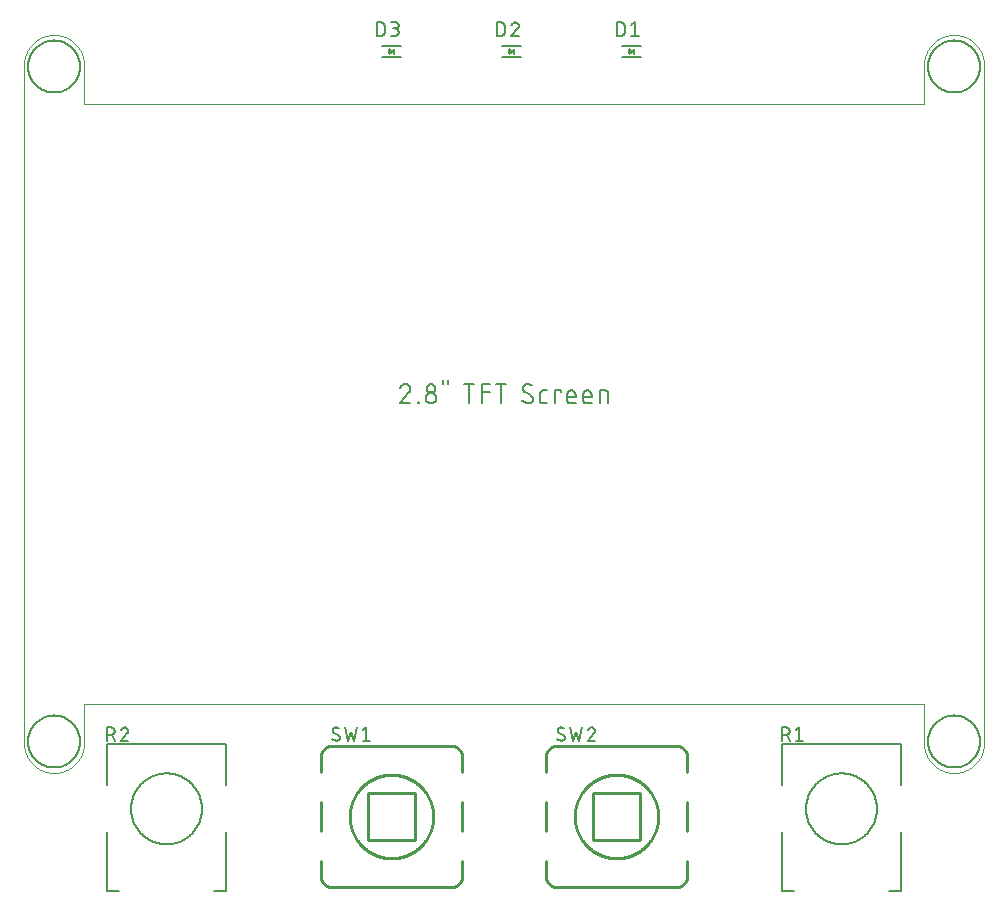
<source format=gbr>
G04 EAGLE Gerber RS-274X export*
G75*
%MOMM*%
%FSLAX34Y34*%
%LPD*%
%INSilkscreen Top*%
%IPPOS*%
%AMOC8*
5,1,8,0,0,1.08239X$1,22.5*%
G01*
%ADD10C,0.127000*%
%ADD11C,0.152400*%
%ADD12C,0.254000*%
%ADD13C,0.200000*%
%ADD14C,0.000000*%

G36*
X442505Y759376D02*
X442505Y759376D01*
X442605Y759375D01*
X442619Y759379D01*
X442631Y759379D01*
X442674Y759397D01*
X442784Y759433D01*
X446784Y761433D01*
X446819Y761459D01*
X446860Y761478D01*
X446909Y761526D01*
X446963Y761567D01*
X446988Y761604D01*
X447019Y761636D01*
X447048Y761698D01*
X447085Y761755D01*
X447095Y761799D01*
X447114Y761839D01*
X447119Y761908D01*
X447134Y761974D01*
X447128Y762019D01*
X447131Y762063D01*
X447112Y762129D01*
X447103Y762197D01*
X447082Y762236D01*
X447070Y762279D01*
X447029Y762334D01*
X446997Y762394D01*
X446963Y762424D01*
X446937Y762460D01*
X446866Y762509D01*
X446828Y762543D01*
X446807Y762551D01*
X446784Y762567D01*
X442784Y764567D01*
X442688Y764595D01*
X442594Y764627D01*
X442581Y764627D01*
X442568Y764631D01*
X442469Y764624D01*
X442369Y764621D01*
X442358Y764616D01*
X442345Y764615D01*
X442254Y764574D01*
X442162Y764536D01*
X442152Y764528D01*
X442140Y764522D01*
X442069Y764452D01*
X441996Y764385D01*
X441990Y764374D01*
X441981Y764364D01*
X441939Y764274D01*
X441893Y764185D01*
X441891Y764171D01*
X441886Y764161D01*
X441883Y764114D01*
X441866Y764000D01*
X441866Y760000D01*
X441883Y759902D01*
X441897Y759803D01*
X441903Y759792D01*
X441905Y759779D01*
X441956Y759693D01*
X442003Y759606D01*
X442013Y759597D01*
X442020Y759586D01*
X442097Y759523D01*
X442172Y759457D01*
X442184Y759453D01*
X442194Y759445D01*
X442288Y759413D01*
X442381Y759377D01*
X442394Y759377D01*
X442406Y759373D01*
X442505Y759376D01*
G37*
G36*
X544105Y759376D02*
X544105Y759376D01*
X544205Y759375D01*
X544219Y759379D01*
X544231Y759379D01*
X544274Y759397D01*
X544384Y759433D01*
X548384Y761433D01*
X548419Y761459D01*
X548460Y761478D01*
X548509Y761526D01*
X548563Y761567D01*
X548588Y761604D01*
X548619Y761636D01*
X548648Y761698D01*
X548685Y761755D01*
X548695Y761799D01*
X548714Y761839D01*
X548719Y761908D01*
X548734Y761974D01*
X548728Y762019D01*
X548731Y762063D01*
X548712Y762129D01*
X548703Y762197D01*
X548682Y762236D01*
X548670Y762279D01*
X548629Y762334D01*
X548597Y762394D01*
X548563Y762424D01*
X548537Y762460D01*
X548466Y762509D01*
X548428Y762543D01*
X548407Y762551D01*
X548384Y762567D01*
X544384Y764567D01*
X544288Y764595D01*
X544194Y764627D01*
X544181Y764627D01*
X544168Y764631D01*
X544069Y764624D01*
X543969Y764621D01*
X543958Y764616D01*
X543945Y764615D01*
X543854Y764574D01*
X543762Y764536D01*
X543752Y764528D01*
X543740Y764522D01*
X543669Y764452D01*
X543596Y764385D01*
X543590Y764374D01*
X543581Y764364D01*
X543539Y764274D01*
X543493Y764185D01*
X543491Y764171D01*
X543486Y764161D01*
X543483Y764114D01*
X543466Y764000D01*
X543466Y760000D01*
X543483Y759902D01*
X543497Y759803D01*
X543503Y759792D01*
X543505Y759779D01*
X543556Y759693D01*
X543603Y759606D01*
X543613Y759597D01*
X543620Y759586D01*
X543697Y759523D01*
X543772Y759457D01*
X543784Y759453D01*
X543794Y759445D01*
X543888Y759413D01*
X543981Y759377D01*
X543994Y759377D01*
X544006Y759373D01*
X544105Y759376D01*
G37*
G36*
X645705Y759376D02*
X645705Y759376D01*
X645805Y759375D01*
X645819Y759379D01*
X645831Y759379D01*
X645874Y759397D01*
X645984Y759433D01*
X649984Y761433D01*
X650019Y761459D01*
X650060Y761478D01*
X650109Y761526D01*
X650163Y761567D01*
X650188Y761604D01*
X650219Y761636D01*
X650248Y761698D01*
X650285Y761755D01*
X650295Y761799D01*
X650314Y761839D01*
X650319Y761908D01*
X650334Y761974D01*
X650328Y762019D01*
X650331Y762063D01*
X650312Y762129D01*
X650303Y762197D01*
X650282Y762236D01*
X650270Y762279D01*
X650229Y762334D01*
X650197Y762394D01*
X650163Y762424D01*
X650137Y762460D01*
X650066Y762509D01*
X650028Y762543D01*
X650007Y762551D01*
X649984Y762567D01*
X645984Y764567D01*
X645888Y764595D01*
X645794Y764627D01*
X645781Y764627D01*
X645768Y764631D01*
X645669Y764624D01*
X645569Y764621D01*
X645558Y764616D01*
X645545Y764615D01*
X645454Y764574D01*
X645362Y764536D01*
X645352Y764528D01*
X645340Y764522D01*
X645269Y764452D01*
X645196Y764385D01*
X645190Y764374D01*
X645181Y764364D01*
X645139Y764274D01*
X645093Y764185D01*
X645091Y764171D01*
X645086Y764161D01*
X645083Y764114D01*
X645066Y764000D01*
X645066Y760000D01*
X645083Y759902D01*
X645097Y759803D01*
X645103Y759792D01*
X645105Y759779D01*
X645156Y759693D01*
X645203Y759606D01*
X645213Y759597D01*
X645220Y759586D01*
X645297Y759523D01*
X645372Y759457D01*
X645384Y759453D01*
X645394Y759445D01*
X645488Y759413D01*
X645581Y759377D01*
X645594Y759377D01*
X645606Y759373D01*
X645705Y759376D01*
G37*
D10*
X639700Y767000D02*
X655700Y767000D01*
X655700Y757000D02*
X639700Y757000D01*
X649700Y760000D02*
X649700Y764000D01*
D11*
X635762Y775462D02*
X635762Y786638D01*
X638866Y786638D01*
X638977Y786636D01*
X639087Y786630D01*
X639198Y786620D01*
X639308Y786606D01*
X639417Y786589D01*
X639526Y786567D01*
X639634Y786542D01*
X639740Y786512D01*
X639846Y786479D01*
X639951Y786442D01*
X640054Y786402D01*
X640155Y786357D01*
X640255Y786310D01*
X640354Y786258D01*
X640450Y786203D01*
X640544Y786145D01*
X640636Y786084D01*
X640726Y786019D01*
X640814Y785951D01*
X640899Y785880D01*
X640981Y785806D01*
X641061Y785729D01*
X641138Y785649D01*
X641212Y785567D01*
X641283Y785482D01*
X641351Y785394D01*
X641416Y785304D01*
X641477Y785212D01*
X641535Y785118D01*
X641590Y785022D01*
X641642Y784923D01*
X641689Y784823D01*
X641734Y784722D01*
X641774Y784619D01*
X641811Y784514D01*
X641844Y784408D01*
X641874Y784302D01*
X641899Y784194D01*
X641921Y784085D01*
X641938Y783976D01*
X641952Y783866D01*
X641962Y783755D01*
X641968Y783645D01*
X641970Y783534D01*
X641971Y783534D02*
X641971Y778566D01*
X641970Y778566D02*
X641968Y778455D01*
X641962Y778345D01*
X641952Y778234D01*
X641938Y778124D01*
X641921Y778015D01*
X641899Y777906D01*
X641874Y777798D01*
X641844Y777692D01*
X641811Y777586D01*
X641774Y777481D01*
X641734Y777378D01*
X641689Y777277D01*
X641642Y777177D01*
X641590Y777078D01*
X641535Y776982D01*
X641477Y776888D01*
X641416Y776796D01*
X641351Y776706D01*
X641283Y776618D01*
X641212Y776533D01*
X641138Y776451D01*
X641061Y776371D01*
X640981Y776294D01*
X640899Y776220D01*
X640814Y776149D01*
X640726Y776081D01*
X640636Y776016D01*
X640544Y775955D01*
X640450Y775897D01*
X640354Y775842D01*
X640255Y775790D01*
X640155Y775743D01*
X640054Y775698D01*
X639951Y775658D01*
X639846Y775621D01*
X639740Y775588D01*
X639634Y775558D01*
X639526Y775533D01*
X639417Y775511D01*
X639308Y775494D01*
X639198Y775480D01*
X639087Y775470D01*
X638977Y775464D01*
X638866Y775462D01*
X635762Y775462D01*
X647573Y784154D02*
X650677Y786638D01*
X650677Y775462D01*
X647573Y775462D02*
X653782Y775462D01*
D10*
X554100Y767000D02*
X538100Y767000D01*
X538100Y757000D02*
X554100Y757000D01*
X548100Y760000D02*
X548100Y764000D01*
D11*
X534162Y775462D02*
X534162Y786638D01*
X537266Y786638D01*
X537377Y786636D01*
X537487Y786630D01*
X537598Y786620D01*
X537708Y786606D01*
X537817Y786589D01*
X537926Y786567D01*
X538034Y786542D01*
X538140Y786512D01*
X538246Y786479D01*
X538351Y786442D01*
X538454Y786402D01*
X538555Y786357D01*
X538655Y786310D01*
X538754Y786258D01*
X538850Y786203D01*
X538944Y786145D01*
X539036Y786084D01*
X539126Y786019D01*
X539214Y785951D01*
X539299Y785880D01*
X539381Y785806D01*
X539461Y785729D01*
X539538Y785649D01*
X539612Y785567D01*
X539683Y785482D01*
X539751Y785394D01*
X539816Y785304D01*
X539877Y785212D01*
X539935Y785118D01*
X539990Y785022D01*
X540042Y784923D01*
X540089Y784823D01*
X540134Y784722D01*
X540174Y784619D01*
X540211Y784514D01*
X540244Y784408D01*
X540274Y784302D01*
X540299Y784194D01*
X540321Y784085D01*
X540338Y783976D01*
X540352Y783866D01*
X540362Y783755D01*
X540368Y783645D01*
X540370Y783534D01*
X540371Y783534D02*
X540371Y778566D01*
X540370Y778566D02*
X540368Y778455D01*
X540362Y778345D01*
X540352Y778234D01*
X540338Y778124D01*
X540321Y778015D01*
X540299Y777906D01*
X540274Y777798D01*
X540244Y777692D01*
X540211Y777586D01*
X540174Y777481D01*
X540134Y777378D01*
X540089Y777277D01*
X540042Y777177D01*
X539990Y777078D01*
X539935Y776982D01*
X539877Y776888D01*
X539816Y776796D01*
X539751Y776706D01*
X539683Y776618D01*
X539612Y776533D01*
X539538Y776451D01*
X539461Y776371D01*
X539381Y776294D01*
X539299Y776220D01*
X539214Y776149D01*
X539126Y776081D01*
X539036Y776016D01*
X538944Y775955D01*
X538850Y775897D01*
X538754Y775842D01*
X538655Y775790D01*
X538555Y775743D01*
X538454Y775698D01*
X538351Y775658D01*
X538246Y775621D01*
X538140Y775588D01*
X538034Y775558D01*
X537926Y775533D01*
X537817Y775511D01*
X537708Y775494D01*
X537598Y775480D01*
X537487Y775470D01*
X537377Y775464D01*
X537266Y775462D01*
X534162Y775462D01*
X549388Y786638D02*
X549492Y786636D01*
X549597Y786630D01*
X549701Y786620D01*
X549804Y786607D01*
X549907Y786589D01*
X550010Y786568D01*
X550111Y786543D01*
X550212Y786514D01*
X550311Y786481D01*
X550409Y786445D01*
X550505Y786405D01*
X550600Y786361D01*
X550694Y786314D01*
X550785Y786264D01*
X550874Y786210D01*
X550962Y786153D01*
X551047Y786092D01*
X551130Y786028D01*
X551210Y785962D01*
X551288Y785892D01*
X551364Y785820D01*
X551436Y785744D01*
X551506Y785666D01*
X551572Y785586D01*
X551636Y785503D01*
X551697Y785418D01*
X551754Y785330D01*
X551808Y785241D01*
X551858Y785150D01*
X551905Y785056D01*
X551949Y784961D01*
X551989Y784865D01*
X552025Y784767D01*
X552058Y784668D01*
X552087Y784567D01*
X552112Y784466D01*
X552133Y784363D01*
X552151Y784260D01*
X552164Y784157D01*
X552174Y784053D01*
X552180Y783948D01*
X552182Y783844D01*
X549388Y786639D02*
X549269Y786637D01*
X549151Y786631D01*
X549032Y786621D01*
X548914Y786608D01*
X548797Y786590D01*
X548680Y786568D01*
X548564Y786543D01*
X548449Y786514D01*
X548334Y786481D01*
X548221Y786444D01*
X548110Y786404D01*
X547999Y786360D01*
X547891Y786312D01*
X547784Y786261D01*
X547678Y786206D01*
X547575Y786147D01*
X547473Y786086D01*
X547374Y786021D01*
X547276Y785952D01*
X547182Y785881D01*
X547089Y785806D01*
X546999Y785729D01*
X546912Y785648D01*
X546827Y785565D01*
X546745Y785479D01*
X546666Y785390D01*
X546590Y785299D01*
X546517Y785205D01*
X546448Y785109D01*
X546381Y785010D01*
X546318Y784910D01*
X546258Y784807D01*
X546201Y784703D01*
X546149Y784596D01*
X546099Y784488D01*
X546053Y784379D01*
X546011Y784267D01*
X545973Y784155D01*
X551251Y781671D02*
X551326Y781745D01*
X551398Y781822D01*
X551468Y781901D01*
X551535Y781983D01*
X551599Y782067D01*
X551660Y782153D01*
X551718Y782241D01*
X551773Y782332D01*
X551825Y782424D01*
X551873Y782518D01*
X551918Y782613D01*
X551960Y782711D01*
X551998Y782809D01*
X552033Y782909D01*
X552064Y783010D01*
X552091Y783112D01*
X552115Y783215D01*
X552136Y783318D01*
X552152Y783423D01*
X552165Y783528D01*
X552175Y783633D01*
X552180Y783738D01*
X552182Y783844D01*
X551251Y781671D02*
X545973Y775462D01*
X552182Y775462D01*
D10*
X452500Y767000D02*
X436500Y767000D01*
X436500Y757000D02*
X452500Y757000D01*
X446500Y760000D02*
X446500Y764000D01*
D11*
X432562Y775462D02*
X432562Y786638D01*
X435666Y786638D01*
X435777Y786636D01*
X435887Y786630D01*
X435998Y786620D01*
X436108Y786606D01*
X436217Y786589D01*
X436326Y786567D01*
X436434Y786542D01*
X436540Y786512D01*
X436646Y786479D01*
X436751Y786442D01*
X436854Y786402D01*
X436955Y786357D01*
X437055Y786310D01*
X437154Y786258D01*
X437250Y786203D01*
X437344Y786145D01*
X437436Y786084D01*
X437526Y786019D01*
X437614Y785951D01*
X437699Y785880D01*
X437781Y785806D01*
X437861Y785729D01*
X437938Y785649D01*
X438012Y785567D01*
X438083Y785482D01*
X438151Y785394D01*
X438216Y785304D01*
X438277Y785212D01*
X438335Y785118D01*
X438390Y785022D01*
X438442Y784923D01*
X438489Y784823D01*
X438534Y784722D01*
X438574Y784619D01*
X438611Y784514D01*
X438644Y784408D01*
X438674Y784302D01*
X438699Y784194D01*
X438721Y784085D01*
X438738Y783976D01*
X438752Y783866D01*
X438762Y783755D01*
X438768Y783645D01*
X438770Y783534D01*
X438771Y783534D02*
X438771Y778566D01*
X438770Y778566D02*
X438768Y778455D01*
X438762Y778345D01*
X438752Y778234D01*
X438738Y778124D01*
X438721Y778015D01*
X438699Y777906D01*
X438674Y777798D01*
X438644Y777692D01*
X438611Y777586D01*
X438574Y777481D01*
X438534Y777378D01*
X438489Y777277D01*
X438442Y777177D01*
X438390Y777078D01*
X438335Y776982D01*
X438277Y776888D01*
X438216Y776796D01*
X438151Y776706D01*
X438083Y776618D01*
X438012Y776533D01*
X437938Y776451D01*
X437861Y776371D01*
X437781Y776294D01*
X437699Y776220D01*
X437614Y776149D01*
X437526Y776081D01*
X437436Y776016D01*
X437344Y775955D01*
X437250Y775897D01*
X437154Y775842D01*
X437055Y775790D01*
X436955Y775743D01*
X436854Y775698D01*
X436751Y775658D01*
X436646Y775621D01*
X436540Y775588D01*
X436434Y775558D01*
X436326Y775533D01*
X436217Y775511D01*
X436108Y775494D01*
X435998Y775480D01*
X435887Y775470D01*
X435777Y775464D01*
X435666Y775462D01*
X432562Y775462D01*
X444373Y775462D02*
X447477Y775462D01*
X447588Y775464D01*
X447698Y775470D01*
X447809Y775480D01*
X447919Y775494D01*
X448028Y775511D01*
X448137Y775533D01*
X448245Y775558D01*
X448351Y775588D01*
X448457Y775621D01*
X448562Y775658D01*
X448665Y775698D01*
X448766Y775743D01*
X448866Y775790D01*
X448965Y775842D01*
X449061Y775897D01*
X449155Y775955D01*
X449247Y776016D01*
X449337Y776081D01*
X449425Y776149D01*
X449510Y776220D01*
X449592Y776294D01*
X449672Y776371D01*
X449749Y776451D01*
X449823Y776533D01*
X449894Y776618D01*
X449962Y776706D01*
X450027Y776796D01*
X450088Y776888D01*
X450146Y776982D01*
X450201Y777078D01*
X450253Y777177D01*
X450300Y777277D01*
X450345Y777378D01*
X450385Y777481D01*
X450422Y777586D01*
X450455Y777692D01*
X450485Y777798D01*
X450510Y777906D01*
X450532Y778015D01*
X450549Y778124D01*
X450563Y778234D01*
X450573Y778345D01*
X450579Y778455D01*
X450581Y778566D01*
X450579Y778677D01*
X450573Y778787D01*
X450563Y778898D01*
X450549Y779008D01*
X450532Y779117D01*
X450510Y779226D01*
X450485Y779334D01*
X450455Y779440D01*
X450422Y779546D01*
X450385Y779651D01*
X450345Y779754D01*
X450300Y779855D01*
X450253Y779955D01*
X450201Y780054D01*
X450146Y780150D01*
X450088Y780244D01*
X450027Y780336D01*
X449962Y780426D01*
X449894Y780514D01*
X449823Y780599D01*
X449749Y780681D01*
X449672Y780761D01*
X449592Y780838D01*
X449510Y780912D01*
X449425Y780983D01*
X449337Y781051D01*
X449247Y781116D01*
X449155Y781177D01*
X449061Y781235D01*
X448965Y781290D01*
X448866Y781342D01*
X448766Y781389D01*
X448665Y781434D01*
X448562Y781474D01*
X448457Y781511D01*
X448351Y781544D01*
X448245Y781574D01*
X448137Y781599D01*
X448028Y781621D01*
X447919Y781638D01*
X447809Y781652D01*
X447698Y781662D01*
X447588Y781668D01*
X447477Y781670D01*
X448098Y786638D02*
X444373Y786638D01*
X448098Y786638D02*
X448197Y786636D01*
X448295Y786630D01*
X448394Y786620D01*
X448491Y786607D01*
X448589Y786589D01*
X448685Y786568D01*
X448781Y786542D01*
X448875Y786513D01*
X448968Y786481D01*
X449060Y786444D01*
X449150Y786404D01*
X449239Y786360D01*
X449326Y786313D01*
X449411Y786263D01*
X449493Y786209D01*
X449574Y786152D01*
X449652Y786092D01*
X449728Y786028D01*
X449801Y785962D01*
X449872Y785893D01*
X449940Y785821D01*
X450004Y785746D01*
X450066Y785669D01*
X450125Y785590D01*
X450180Y785508D01*
X450233Y785424D01*
X450281Y785339D01*
X450327Y785251D01*
X450369Y785161D01*
X450407Y785070D01*
X450441Y784978D01*
X450472Y784884D01*
X450499Y784789D01*
X450523Y784693D01*
X450542Y784596D01*
X450558Y784499D01*
X450570Y784401D01*
X450578Y784302D01*
X450582Y784203D01*
X450582Y784105D01*
X450578Y784006D01*
X450570Y783907D01*
X450558Y783809D01*
X450542Y783712D01*
X450523Y783615D01*
X450499Y783519D01*
X450472Y783424D01*
X450441Y783330D01*
X450407Y783238D01*
X450369Y783147D01*
X450327Y783057D01*
X450281Y782969D01*
X450233Y782884D01*
X450180Y782800D01*
X450125Y782718D01*
X450066Y782639D01*
X450004Y782562D01*
X449940Y782487D01*
X449872Y782415D01*
X449801Y782346D01*
X449728Y782280D01*
X449652Y782216D01*
X449574Y782156D01*
X449493Y782099D01*
X449411Y782045D01*
X449326Y781995D01*
X449239Y781948D01*
X449150Y781904D01*
X449060Y781864D01*
X448968Y781827D01*
X448875Y781795D01*
X448781Y781766D01*
X448685Y781740D01*
X448589Y781719D01*
X448491Y781701D01*
X448394Y781688D01*
X448295Y781678D01*
X448197Y781672D01*
X448098Y781670D01*
X448098Y781671D02*
X445615Y781671D01*
D10*
X775500Y100800D02*
X775500Y50800D01*
X775500Y140800D02*
X775500Y175800D01*
X875500Y175800D01*
X875500Y140800D01*
X875500Y100800D02*
X875500Y50800D01*
X865500Y50800D01*
X785500Y50800D02*
X775500Y50800D01*
X795500Y120800D02*
X795509Y121536D01*
X795536Y122272D01*
X795581Y123007D01*
X795644Y123741D01*
X795726Y124472D01*
X795825Y125202D01*
X795942Y125929D01*
X796076Y126653D01*
X796229Y127373D01*
X796399Y128089D01*
X796587Y128801D01*
X796792Y129509D01*
X797014Y130210D01*
X797254Y130907D01*
X797510Y131597D01*
X797784Y132281D01*
X798074Y132957D01*
X798380Y133627D01*
X798703Y134288D01*
X799042Y134942D01*
X799397Y135587D01*
X799768Y136223D01*
X800154Y136850D01*
X800556Y137467D01*
X800972Y138074D01*
X801404Y138671D01*
X801850Y139257D01*
X802310Y139832D01*
X802784Y140395D01*
X803271Y140947D01*
X803773Y141486D01*
X804287Y142013D01*
X804814Y142527D01*
X805353Y143029D01*
X805905Y143516D01*
X806468Y143990D01*
X807043Y144450D01*
X807629Y144896D01*
X808226Y145328D01*
X808833Y145744D01*
X809450Y146146D01*
X810077Y146532D01*
X810713Y146903D01*
X811358Y147258D01*
X812012Y147597D01*
X812673Y147920D01*
X813343Y148226D01*
X814019Y148516D01*
X814703Y148790D01*
X815393Y149046D01*
X816090Y149286D01*
X816791Y149508D01*
X817499Y149713D01*
X818211Y149901D01*
X818927Y150071D01*
X819647Y150224D01*
X820371Y150358D01*
X821098Y150475D01*
X821828Y150574D01*
X822559Y150656D01*
X823293Y150719D01*
X824028Y150764D01*
X824764Y150791D01*
X825500Y150800D01*
X826236Y150791D01*
X826972Y150764D01*
X827707Y150719D01*
X828441Y150656D01*
X829172Y150574D01*
X829902Y150475D01*
X830629Y150358D01*
X831353Y150224D01*
X832073Y150071D01*
X832789Y149901D01*
X833501Y149713D01*
X834209Y149508D01*
X834910Y149286D01*
X835607Y149046D01*
X836297Y148790D01*
X836981Y148516D01*
X837657Y148226D01*
X838327Y147920D01*
X838988Y147597D01*
X839642Y147258D01*
X840287Y146903D01*
X840923Y146532D01*
X841550Y146146D01*
X842167Y145744D01*
X842774Y145328D01*
X843371Y144896D01*
X843957Y144450D01*
X844532Y143990D01*
X845095Y143516D01*
X845647Y143029D01*
X846186Y142527D01*
X846713Y142013D01*
X847227Y141486D01*
X847729Y140947D01*
X848216Y140395D01*
X848690Y139832D01*
X849150Y139257D01*
X849596Y138671D01*
X850028Y138074D01*
X850444Y137467D01*
X850846Y136850D01*
X851232Y136223D01*
X851603Y135587D01*
X851958Y134942D01*
X852297Y134288D01*
X852620Y133627D01*
X852926Y132957D01*
X853216Y132281D01*
X853490Y131597D01*
X853746Y130907D01*
X853986Y130210D01*
X854208Y129509D01*
X854413Y128801D01*
X854601Y128089D01*
X854771Y127373D01*
X854924Y126653D01*
X855058Y125929D01*
X855175Y125202D01*
X855274Y124472D01*
X855356Y123741D01*
X855419Y123007D01*
X855464Y122272D01*
X855491Y121536D01*
X855500Y120800D01*
X855491Y120064D01*
X855464Y119328D01*
X855419Y118593D01*
X855356Y117859D01*
X855274Y117128D01*
X855175Y116398D01*
X855058Y115671D01*
X854924Y114947D01*
X854771Y114227D01*
X854601Y113511D01*
X854413Y112799D01*
X854208Y112091D01*
X853986Y111390D01*
X853746Y110693D01*
X853490Y110003D01*
X853216Y109319D01*
X852926Y108643D01*
X852620Y107973D01*
X852297Y107312D01*
X851958Y106658D01*
X851603Y106013D01*
X851232Y105377D01*
X850846Y104750D01*
X850444Y104133D01*
X850028Y103526D01*
X849596Y102929D01*
X849150Y102343D01*
X848690Y101768D01*
X848216Y101205D01*
X847729Y100653D01*
X847227Y100114D01*
X846713Y99587D01*
X846186Y99073D01*
X845647Y98571D01*
X845095Y98084D01*
X844532Y97610D01*
X843957Y97150D01*
X843371Y96704D01*
X842774Y96272D01*
X842167Y95856D01*
X841550Y95454D01*
X840923Y95068D01*
X840287Y94697D01*
X839642Y94342D01*
X838988Y94003D01*
X838327Y93680D01*
X837657Y93374D01*
X836981Y93084D01*
X836297Y92810D01*
X835607Y92554D01*
X834910Y92314D01*
X834209Y92092D01*
X833501Y91887D01*
X832789Y91699D01*
X832073Y91529D01*
X831353Y91376D01*
X830629Y91242D01*
X829902Y91125D01*
X829172Y91026D01*
X828441Y90944D01*
X827707Y90881D01*
X826972Y90836D01*
X826236Y90809D01*
X825500Y90800D01*
X824764Y90809D01*
X824028Y90836D01*
X823293Y90881D01*
X822559Y90944D01*
X821828Y91026D01*
X821098Y91125D01*
X820371Y91242D01*
X819647Y91376D01*
X818927Y91529D01*
X818211Y91699D01*
X817499Y91887D01*
X816791Y92092D01*
X816090Y92314D01*
X815393Y92554D01*
X814703Y92810D01*
X814019Y93084D01*
X813343Y93374D01*
X812673Y93680D01*
X812012Y94003D01*
X811358Y94342D01*
X810713Y94697D01*
X810077Y95068D01*
X809450Y95454D01*
X808833Y95856D01*
X808226Y96272D01*
X807629Y96704D01*
X807043Y97150D01*
X806468Y97610D01*
X805905Y98084D01*
X805353Y98571D01*
X804814Y99073D01*
X804287Y99587D01*
X803773Y100114D01*
X803271Y100653D01*
X802784Y101205D01*
X802310Y101768D01*
X801850Y102343D01*
X801404Y102929D01*
X800972Y103526D01*
X800556Y104133D01*
X800154Y104750D01*
X799768Y105377D01*
X799397Y106013D01*
X799042Y106658D01*
X798703Y107312D01*
X798380Y107973D01*
X798074Y108643D01*
X797784Y109319D01*
X797510Y110003D01*
X797254Y110693D01*
X797014Y111390D01*
X796792Y112091D01*
X796587Y112799D01*
X796399Y113511D01*
X796229Y114227D01*
X796076Y114947D01*
X795942Y115671D01*
X795825Y116398D01*
X795726Y117128D01*
X795644Y117859D01*
X795581Y118593D01*
X795536Y119328D01*
X795509Y120064D01*
X795500Y120800D01*
D11*
X775462Y178562D02*
X775462Y189738D01*
X778566Y189738D01*
X778677Y189736D01*
X778787Y189730D01*
X778898Y189720D01*
X779008Y189706D01*
X779117Y189689D01*
X779226Y189667D01*
X779334Y189642D01*
X779440Y189612D01*
X779546Y189579D01*
X779651Y189542D01*
X779754Y189502D01*
X779855Y189457D01*
X779955Y189410D01*
X780054Y189358D01*
X780150Y189303D01*
X780244Y189245D01*
X780336Y189184D01*
X780426Y189119D01*
X780514Y189051D01*
X780599Y188980D01*
X780681Y188906D01*
X780761Y188829D01*
X780838Y188749D01*
X780912Y188667D01*
X780983Y188582D01*
X781051Y188494D01*
X781116Y188404D01*
X781177Y188312D01*
X781235Y188218D01*
X781290Y188122D01*
X781342Y188023D01*
X781389Y187923D01*
X781434Y187822D01*
X781474Y187719D01*
X781511Y187614D01*
X781544Y187508D01*
X781574Y187402D01*
X781599Y187294D01*
X781621Y187185D01*
X781638Y187076D01*
X781652Y186966D01*
X781662Y186855D01*
X781668Y186745D01*
X781670Y186634D01*
X781668Y186523D01*
X781662Y186413D01*
X781652Y186302D01*
X781638Y186192D01*
X781621Y186083D01*
X781599Y185974D01*
X781574Y185866D01*
X781544Y185760D01*
X781511Y185654D01*
X781474Y185549D01*
X781434Y185446D01*
X781389Y185345D01*
X781342Y185245D01*
X781290Y185146D01*
X781235Y185050D01*
X781177Y184956D01*
X781116Y184864D01*
X781051Y184774D01*
X780983Y184686D01*
X780912Y184601D01*
X780838Y184519D01*
X780761Y184439D01*
X780681Y184362D01*
X780599Y184288D01*
X780514Y184217D01*
X780426Y184149D01*
X780336Y184084D01*
X780244Y184023D01*
X780150Y183965D01*
X780054Y183910D01*
X779955Y183858D01*
X779855Y183811D01*
X779754Y183766D01*
X779651Y183726D01*
X779546Y183689D01*
X779440Y183656D01*
X779334Y183626D01*
X779226Y183601D01*
X779117Y183579D01*
X779008Y183562D01*
X778898Y183548D01*
X778787Y183538D01*
X778677Y183532D01*
X778566Y183530D01*
X778566Y183529D02*
X775462Y183529D01*
X779187Y183529D02*
X781671Y178562D01*
X786800Y187254D02*
X789904Y189738D01*
X789904Y178562D01*
X786800Y178562D02*
X793009Y178562D01*
D10*
X204000Y100800D02*
X204000Y50800D01*
X204000Y140800D02*
X204000Y175800D01*
X304000Y175800D01*
X304000Y140800D01*
X304000Y100800D02*
X304000Y50800D01*
X294000Y50800D01*
X214000Y50800D02*
X204000Y50800D01*
X224000Y120800D02*
X224009Y121536D01*
X224036Y122272D01*
X224081Y123007D01*
X224144Y123741D01*
X224226Y124472D01*
X224325Y125202D01*
X224442Y125929D01*
X224576Y126653D01*
X224729Y127373D01*
X224899Y128089D01*
X225087Y128801D01*
X225292Y129509D01*
X225514Y130210D01*
X225754Y130907D01*
X226010Y131597D01*
X226284Y132281D01*
X226574Y132957D01*
X226880Y133627D01*
X227203Y134288D01*
X227542Y134942D01*
X227897Y135587D01*
X228268Y136223D01*
X228654Y136850D01*
X229056Y137467D01*
X229472Y138074D01*
X229904Y138671D01*
X230350Y139257D01*
X230810Y139832D01*
X231284Y140395D01*
X231771Y140947D01*
X232273Y141486D01*
X232787Y142013D01*
X233314Y142527D01*
X233853Y143029D01*
X234405Y143516D01*
X234968Y143990D01*
X235543Y144450D01*
X236129Y144896D01*
X236726Y145328D01*
X237333Y145744D01*
X237950Y146146D01*
X238577Y146532D01*
X239213Y146903D01*
X239858Y147258D01*
X240512Y147597D01*
X241173Y147920D01*
X241843Y148226D01*
X242519Y148516D01*
X243203Y148790D01*
X243893Y149046D01*
X244590Y149286D01*
X245291Y149508D01*
X245999Y149713D01*
X246711Y149901D01*
X247427Y150071D01*
X248147Y150224D01*
X248871Y150358D01*
X249598Y150475D01*
X250328Y150574D01*
X251059Y150656D01*
X251793Y150719D01*
X252528Y150764D01*
X253264Y150791D01*
X254000Y150800D01*
X254736Y150791D01*
X255472Y150764D01*
X256207Y150719D01*
X256941Y150656D01*
X257672Y150574D01*
X258402Y150475D01*
X259129Y150358D01*
X259853Y150224D01*
X260573Y150071D01*
X261289Y149901D01*
X262001Y149713D01*
X262709Y149508D01*
X263410Y149286D01*
X264107Y149046D01*
X264797Y148790D01*
X265481Y148516D01*
X266157Y148226D01*
X266827Y147920D01*
X267488Y147597D01*
X268142Y147258D01*
X268787Y146903D01*
X269423Y146532D01*
X270050Y146146D01*
X270667Y145744D01*
X271274Y145328D01*
X271871Y144896D01*
X272457Y144450D01*
X273032Y143990D01*
X273595Y143516D01*
X274147Y143029D01*
X274686Y142527D01*
X275213Y142013D01*
X275727Y141486D01*
X276229Y140947D01*
X276716Y140395D01*
X277190Y139832D01*
X277650Y139257D01*
X278096Y138671D01*
X278528Y138074D01*
X278944Y137467D01*
X279346Y136850D01*
X279732Y136223D01*
X280103Y135587D01*
X280458Y134942D01*
X280797Y134288D01*
X281120Y133627D01*
X281426Y132957D01*
X281716Y132281D01*
X281990Y131597D01*
X282246Y130907D01*
X282486Y130210D01*
X282708Y129509D01*
X282913Y128801D01*
X283101Y128089D01*
X283271Y127373D01*
X283424Y126653D01*
X283558Y125929D01*
X283675Y125202D01*
X283774Y124472D01*
X283856Y123741D01*
X283919Y123007D01*
X283964Y122272D01*
X283991Y121536D01*
X284000Y120800D01*
X283991Y120064D01*
X283964Y119328D01*
X283919Y118593D01*
X283856Y117859D01*
X283774Y117128D01*
X283675Y116398D01*
X283558Y115671D01*
X283424Y114947D01*
X283271Y114227D01*
X283101Y113511D01*
X282913Y112799D01*
X282708Y112091D01*
X282486Y111390D01*
X282246Y110693D01*
X281990Y110003D01*
X281716Y109319D01*
X281426Y108643D01*
X281120Y107973D01*
X280797Y107312D01*
X280458Y106658D01*
X280103Y106013D01*
X279732Y105377D01*
X279346Y104750D01*
X278944Y104133D01*
X278528Y103526D01*
X278096Y102929D01*
X277650Y102343D01*
X277190Y101768D01*
X276716Y101205D01*
X276229Y100653D01*
X275727Y100114D01*
X275213Y99587D01*
X274686Y99073D01*
X274147Y98571D01*
X273595Y98084D01*
X273032Y97610D01*
X272457Y97150D01*
X271871Y96704D01*
X271274Y96272D01*
X270667Y95856D01*
X270050Y95454D01*
X269423Y95068D01*
X268787Y94697D01*
X268142Y94342D01*
X267488Y94003D01*
X266827Y93680D01*
X266157Y93374D01*
X265481Y93084D01*
X264797Y92810D01*
X264107Y92554D01*
X263410Y92314D01*
X262709Y92092D01*
X262001Y91887D01*
X261289Y91699D01*
X260573Y91529D01*
X259853Y91376D01*
X259129Y91242D01*
X258402Y91125D01*
X257672Y91026D01*
X256941Y90944D01*
X256207Y90881D01*
X255472Y90836D01*
X254736Y90809D01*
X254000Y90800D01*
X253264Y90809D01*
X252528Y90836D01*
X251793Y90881D01*
X251059Y90944D01*
X250328Y91026D01*
X249598Y91125D01*
X248871Y91242D01*
X248147Y91376D01*
X247427Y91529D01*
X246711Y91699D01*
X245999Y91887D01*
X245291Y92092D01*
X244590Y92314D01*
X243893Y92554D01*
X243203Y92810D01*
X242519Y93084D01*
X241843Y93374D01*
X241173Y93680D01*
X240512Y94003D01*
X239858Y94342D01*
X239213Y94697D01*
X238577Y95068D01*
X237950Y95454D01*
X237333Y95856D01*
X236726Y96272D01*
X236129Y96704D01*
X235543Y97150D01*
X234968Y97610D01*
X234405Y98084D01*
X233853Y98571D01*
X233314Y99073D01*
X232787Y99587D01*
X232273Y100114D01*
X231771Y100653D01*
X231284Y101205D01*
X230810Y101768D01*
X230350Y102343D01*
X229904Y102929D01*
X229472Y103526D01*
X229056Y104133D01*
X228654Y104750D01*
X228268Y105377D01*
X227897Y106013D01*
X227542Y106658D01*
X227203Y107312D01*
X226880Y107973D01*
X226574Y108643D01*
X226284Y109319D01*
X226010Y110003D01*
X225754Y110693D01*
X225514Y111390D01*
X225292Y112091D01*
X225087Y112799D01*
X224899Y113511D01*
X224729Y114227D01*
X224576Y114947D01*
X224442Y115671D01*
X224325Y116398D01*
X224226Y117128D01*
X224144Y117859D01*
X224081Y118593D01*
X224036Y119328D01*
X224009Y120064D01*
X224000Y120800D01*
D11*
X203962Y178562D02*
X203962Y189738D01*
X207066Y189738D01*
X207177Y189736D01*
X207287Y189730D01*
X207398Y189720D01*
X207508Y189706D01*
X207617Y189689D01*
X207726Y189667D01*
X207834Y189642D01*
X207940Y189612D01*
X208046Y189579D01*
X208151Y189542D01*
X208254Y189502D01*
X208355Y189457D01*
X208455Y189410D01*
X208554Y189358D01*
X208650Y189303D01*
X208744Y189245D01*
X208836Y189184D01*
X208926Y189119D01*
X209014Y189051D01*
X209099Y188980D01*
X209181Y188906D01*
X209261Y188829D01*
X209338Y188749D01*
X209412Y188667D01*
X209483Y188582D01*
X209551Y188494D01*
X209616Y188404D01*
X209677Y188312D01*
X209735Y188218D01*
X209790Y188122D01*
X209842Y188023D01*
X209889Y187923D01*
X209934Y187822D01*
X209974Y187719D01*
X210011Y187614D01*
X210044Y187508D01*
X210074Y187402D01*
X210099Y187294D01*
X210121Y187185D01*
X210138Y187076D01*
X210152Y186966D01*
X210162Y186855D01*
X210168Y186745D01*
X210170Y186634D01*
X210168Y186523D01*
X210162Y186413D01*
X210152Y186302D01*
X210138Y186192D01*
X210121Y186083D01*
X210099Y185974D01*
X210074Y185866D01*
X210044Y185760D01*
X210011Y185654D01*
X209974Y185549D01*
X209934Y185446D01*
X209889Y185345D01*
X209842Y185245D01*
X209790Y185146D01*
X209735Y185050D01*
X209677Y184956D01*
X209616Y184864D01*
X209551Y184774D01*
X209483Y184686D01*
X209412Y184601D01*
X209338Y184519D01*
X209261Y184439D01*
X209181Y184362D01*
X209099Y184288D01*
X209014Y184217D01*
X208926Y184149D01*
X208836Y184084D01*
X208744Y184023D01*
X208650Y183965D01*
X208554Y183910D01*
X208455Y183858D01*
X208355Y183811D01*
X208254Y183766D01*
X208151Y183726D01*
X208046Y183689D01*
X207940Y183656D01*
X207834Y183626D01*
X207726Y183601D01*
X207617Y183579D01*
X207508Y183562D01*
X207398Y183548D01*
X207287Y183538D01*
X207177Y183532D01*
X207066Y183530D01*
X207066Y183529D02*
X203962Y183529D01*
X207687Y183529D02*
X210171Y178562D01*
X218715Y189738D02*
X218819Y189736D01*
X218924Y189730D01*
X219028Y189720D01*
X219131Y189707D01*
X219234Y189689D01*
X219337Y189668D01*
X219438Y189643D01*
X219539Y189614D01*
X219638Y189581D01*
X219736Y189545D01*
X219832Y189505D01*
X219927Y189461D01*
X220021Y189414D01*
X220112Y189364D01*
X220201Y189310D01*
X220289Y189253D01*
X220374Y189192D01*
X220457Y189128D01*
X220537Y189062D01*
X220615Y188992D01*
X220691Y188920D01*
X220763Y188844D01*
X220833Y188766D01*
X220899Y188686D01*
X220963Y188603D01*
X221024Y188518D01*
X221081Y188430D01*
X221135Y188341D01*
X221185Y188250D01*
X221232Y188156D01*
X221276Y188061D01*
X221316Y187965D01*
X221352Y187867D01*
X221385Y187768D01*
X221414Y187667D01*
X221439Y187566D01*
X221460Y187463D01*
X221478Y187360D01*
X221491Y187257D01*
X221501Y187153D01*
X221507Y187048D01*
X221509Y186944D01*
X218715Y189739D02*
X218596Y189737D01*
X218478Y189731D01*
X218359Y189721D01*
X218241Y189708D01*
X218124Y189690D01*
X218007Y189668D01*
X217891Y189643D01*
X217776Y189614D01*
X217661Y189581D01*
X217548Y189544D01*
X217437Y189504D01*
X217326Y189460D01*
X217218Y189412D01*
X217111Y189361D01*
X217005Y189306D01*
X216902Y189247D01*
X216800Y189186D01*
X216701Y189121D01*
X216603Y189052D01*
X216509Y188981D01*
X216416Y188906D01*
X216326Y188829D01*
X216239Y188748D01*
X216154Y188665D01*
X216072Y188579D01*
X215993Y188490D01*
X215917Y188399D01*
X215844Y188305D01*
X215775Y188209D01*
X215708Y188110D01*
X215645Y188010D01*
X215585Y187907D01*
X215528Y187803D01*
X215476Y187696D01*
X215426Y187588D01*
X215380Y187479D01*
X215338Y187367D01*
X215300Y187255D01*
X220578Y184771D02*
X220653Y184845D01*
X220725Y184922D01*
X220795Y185001D01*
X220862Y185083D01*
X220926Y185167D01*
X220987Y185253D01*
X221045Y185341D01*
X221100Y185432D01*
X221152Y185524D01*
X221200Y185618D01*
X221245Y185713D01*
X221287Y185811D01*
X221325Y185909D01*
X221360Y186009D01*
X221391Y186110D01*
X221418Y186212D01*
X221442Y186315D01*
X221463Y186418D01*
X221479Y186523D01*
X221492Y186628D01*
X221502Y186733D01*
X221507Y186838D01*
X221509Y186944D01*
X220578Y184771D02*
X215300Y178562D01*
X221509Y178562D01*
D12*
X494500Y54300D02*
X494742Y54303D01*
X494983Y54312D01*
X495224Y54326D01*
X495465Y54347D01*
X495705Y54373D01*
X495945Y54405D01*
X496184Y54443D01*
X496421Y54486D01*
X496658Y54536D01*
X496893Y54591D01*
X497127Y54651D01*
X497359Y54718D01*
X497590Y54789D01*
X497819Y54867D01*
X498046Y54950D01*
X498271Y55038D01*
X498494Y55132D01*
X498714Y55231D01*
X498932Y55336D01*
X499147Y55445D01*
X499360Y55560D01*
X499570Y55680D01*
X499776Y55805D01*
X499980Y55935D01*
X500181Y56070D01*
X500378Y56210D01*
X500572Y56354D01*
X500762Y56503D01*
X500948Y56657D01*
X501131Y56815D01*
X501310Y56977D01*
X501485Y57144D01*
X501656Y57315D01*
X501823Y57490D01*
X501985Y57669D01*
X502143Y57852D01*
X502297Y58038D01*
X502446Y58228D01*
X502590Y58422D01*
X502730Y58619D01*
X502865Y58820D01*
X502995Y59024D01*
X503120Y59230D01*
X503240Y59440D01*
X503355Y59653D01*
X503464Y59868D01*
X503569Y60086D01*
X503668Y60306D01*
X503762Y60529D01*
X503850Y60754D01*
X503933Y60981D01*
X504011Y61210D01*
X504082Y61441D01*
X504149Y61673D01*
X504209Y61907D01*
X504264Y62142D01*
X504314Y62379D01*
X504357Y62616D01*
X504395Y62855D01*
X504427Y63095D01*
X504453Y63335D01*
X504474Y63576D01*
X504488Y63817D01*
X504497Y64058D01*
X504500Y64300D01*
X494500Y54300D02*
X394500Y54300D01*
X394258Y54303D01*
X394017Y54312D01*
X393776Y54326D01*
X393535Y54347D01*
X393295Y54373D01*
X393055Y54405D01*
X392816Y54443D01*
X392579Y54486D01*
X392342Y54536D01*
X392107Y54591D01*
X391873Y54651D01*
X391641Y54718D01*
X391410Y54789D01*
X391181Y54867D01*
X390954Y54950D01*
X390729Y55038D01*
X390506Y55132D01*
X390286Y55231D01*
X390068Y55336D01*
X389853Y55445D01*
X389640Y55560D01*
X389430Y55680D01*
X389224Y55805D01*
X389020Y55935D01*
X388819Y56070D01*
X388622Y56210D01*
X388428Y56354D01*
X388238Y56503D01*
X388052Y56657D01*
X387869Y56815D01*
X387690Y56977D01*
X387515Y57144D01*
X387344Y57315D01*
X387177Y57490D01*
X387015Y57669D01*
X386857Y57852D01*
X386703Y58038D01*
X386554Y58228D01*
X386410Y58422D01*
X386270Y58619D01*
X386135Y58820D01*
X386005Y59024D01*
X385880Y59230D01*
X385760Y59440D01*
X385645Y59653D01*
X385536Y59868D01*
X385431Y60086D01*
X385332Y60306D01*
X385238Y60529D01*
X385150Y60754D01*
X385067Y60981D01*
X384989Y61210D01*
X384918Y61441D01*
X384851Y61673D01*
X384791Y61907D01*
X384736Y62142D01*
X384686Y62379D01*
X384643Y62616D01*
X384605Y62855D01*
X384573Y63095D01*
X384547Y63335D01*
X384526Y63576D01*
X384512Y63817D01*
X384503Y64058D01*
X384500Y64300D01*
X384500Y164300D02*
X384503Y164542D01*
X384512Y164783D01*
X384526Y165024D01*
X384547Y165265D01*
X384573Y165505D01*
X384605Y165745D01*
X384643Y165984D01*
X384686Y166221D01*
X384736Y166458D01*
X384791Y166693D01*
X384851Y166927D01*
X384918Y167159D01*
X384989Y167390D01*
X385067Y167619D01*
X385150Y167846D01*
X385238Y168071D01*
X385332Y168294D01*
X385431Y168514D01*
X385536Y168732D01*
X385645Y168947D01*
X385760Y169160D01*
X385880Y169370D01*
X386005Y169576D01*
X386135Y169780D01*
X386270Y169981D01*
X386410Y170178D01*
X386554Y170372D01*
X386703Y170562D01*
X386857Y170748D01*
X387015Y170931D01*
X387177Y171110D01*
X387344Y171285D01*
X387515Y171456D01*
X387690Y171623D01*
X387869Y171785D01*
X388052Y171943D01*
X388238Y172097D01*
X388428Y172246D01*
X388622Y172390D01*
X388819Y172530D01*
X389020Y172665D01*
X389224Y172795D01*
X389430Y172920D01*
X389640Y173040D01*
X389853Y173155D01*
X390068Y173264D01*
X390286Y173369D01*
X390506Y173468D01*
X390729Y173562D01*
X390954Y173650D01*
X391181Y173733D01*
X391410Y173811D01*
X391641Y173882D01*
X391873Y173949D01*
X392107Y174009D01*
X392342Y174064D01*
X392579Y174114D01*
X392816Y174157D01*
X393055Y174195D01*
X393295Y174227D01*
X393535Y174253D01*
X393776Y174274D01*
X394017Y174288D01*
X394258Y174297D01*
X394500Y174300D01*
X494500Y174300D01*
X494742Y174297D01*
X494983Y174288D01*
X495224Y174274D01*
X495465Y174253D01*
X495705Y174227D01*
X495945Y174195D01*
X496184Y174157D01*
X496421Y174114D01*
X496658Y174064D01*
X496893Y174009D01*
X497127Y173949D01*
X497359Y173882D01*
X497590Y173811D01*
X497819Y173733D01*
X498046Y173650D01*
X498271Y173562D01*
X498494Y173468D01*
X498714Y173369D01*
X498932Y173264D01*
X499147Y173155D01*
X499360Y173040D01*
X499570Y172920D01*
X499776Y172795D01*
X499980Y172665D01*
X500181Y172530D01*
X500378Y172390D01*
X500572Y172246D01*
X500762Y172097D01*
X500948Y171943D01*
X501131Y171785D01*
X501310Y171623D01*
X501485Y171456D01*
X501656Y171285D01*
X501823Y171110D01*
X501985Y170931D01*
X502143Y170748D01*
X502297Y170562D01*
X502446Y170372D01*
X502590Y170178D01*
X502730Y169981D01*
X502865Y169780D01*
X502995Y169576D01*
X503120Y169370D01*
X503240Y169160D01*
X503355Y168947D01*
X503464Y168732D01*
X503569Y168514D01*
X503668Y168294D01*
X503762Y168071D01*
X503850Y167846D01*
X503933Y167619D01*
X504011Y167390D01*
X504082Y167159D01*
X504149Y166927D01*
X504209Y166693D01*
X504264Y166458D01*
X504314Y166221D01*
X504357Y165984D01*
X504395Y165745D01*
X504427Y165505D01*
X504453Y165265D01*
X504474Y165024D01*
X504488Y164783D01*
X504497Y164542D01*
X504500Y164300D01*
X409145Y114300D02*
X409156Y115168D01*
X409188Y116035D01*
X409241Y116901D01*
X409315Y117765D01*
X409411Y118628D01*
X409528Y119488D01*
X409666Y120344D01*
X409824Y121197D01*
X410004Y122046D01*
X410205Y122891D01*
X410426Y123730D01*
X410667Y124563D01*
X410929Y125390D01*
X411212Y126211D01*
X411514Y127024D01*
X411836Y127830D01*
X412178Y128627D01*
X412539Y129416D01*
X412920Y130196D01*
X413320Y130966D01*
X413738Y131726D01*
X414175Y132476D01*
X414630Y133215D01*
X415103Y133942D01*
X415594Y134658D01*
X416103Y135361D01*
X416628Y136052D01*
X417170Y136729D01*
X417729Y137393D01*
X418304Y138043D01*
X418894Y138679D01*
X419500Y139300D01*
X420121Y139906D01*
X420757Y140496D01*
X421407Y141071D01*
X422071Y141630D01*
X422748Y142172D01*
X423439Y142697D01*
X424142Y143206D01*
X424858Y143697D01*
X425585Y144170D01*
X426324Y144625D01*
X427074Y145062D01*
X427834Y145480D01*
X428604Y145880D01*
X429384Y146261D01*
X430173Y146622D01*
X430970Y146964D01*
X431776Y147286D01*
X432589Y147588D01*
X433410Y147871D01*
X434237Y148133D01*
X435070Y148374D01*
X435909Y148595D01*
X436754Y148796D01*
X437603Y148976D01*
X438456Y149134D01*
X439312Y149272D01*
X440172Y149389D01*
X441035Y149485D01*
X441899Y149559D01*
X442765Y149612D01*
X443632Y149644D01*
X444500Y149655D01*
X445368Y149644D01*
X446235Y149612D01*
X447101Y149559D01*
X447965Y149485D01*
X448828Y149389D01*
X449688Y149272D01*
X450544Y149134D01*
X451397Y148976D01*
X452246Y148796D01*
X453091Y148595D01*
X453930Y148374D01*
X454763Y148133D01*
X455590Y147871D01*
X456411Y147588D01*
X457224Y147286D01*
X458030Y146964D01*
X458827Y146622D01*
X459616Y146261D01*
X460396Y145880D01*
X461166Y145480D01*
X461926Y145062D01*
X462676Y144625D01*
X463415Y144170D01*
X464142Y143697D01*
X464858Y143206D01*
X465561Y142697D01*
X466252Y142172D01*
X466929Y141630D01*
X467593Y141071D01*
X468243Y140496D01*
X468879Y139906D01*
X469500Y139300D01*
X470106Y138679D01*
X470696Y138043D01*
X471271Y137393D01*
X471830Y136729D01*
X472372Y136052D01*
X472897Y135361D01*
X473406Y134658D01*
X473897Y133942D01*
X474370Y133215D01*
X474825Y132476D01*
X475262Y131726D01*
X475680Y130966D01*
X476080Y130196D01*
X476461Y129416D01*
X476822Y128627D01*
X477164Y127830D01*
X477486Y127024D01*
X477788Y126211D01*
X478071Y125390D01*
X478333Y124563D01*
X478574Y123730D01*
X478795Y122891D01*
X478996Y122046D01*
X479176Y121197D01*
X479334Y120344D01*
X479472Y119488D01*
X479589Y118628D01*
X479685Y117765D01*
X479759Y116901D01*
X479812Y116035D01*
X479844Y115168D01*
X479855Y114300D01*
X479844Y113432D01*
X479812Y112565D01*
X479759Y111699D01*
X479685Y110835D01*
X479589Y109972D01*
X479472Y109112D01*
X479334Y108256D01*
X479176Y107403D01*
X478996Y106554D01*
X478795Y105709D01*
X478574Y104870D01*
X478333Y104037D01*
X478071Y103210D01*
X477788Y102389D01*
X477486Y101576D01*
X477164Y100770D01*
X476822Y99973D01*
X476461Y99184D01*
X476080Y98404D01*
X475680Y97634D01*
X475262Y96874D01*
X474825Y96124D01*
X474370Y95385D01*
X473897Y94658D01*
X473406Y93942D01*
X472897Y93239D01*
X472372Y92548D01*
X471830Y91871D01*
X471271Y91207D01*
X470696Y90557D01*
X470106Y89921D01*
X469500Y89300D01*
X468879Y88694D01*
X468243Y88104D01*
X467593Y87529D01*
X466929Y86970D01*
X466252Y86428D01*
X465561Y85903D01*
X464858Y85394D01*
X464142Y84903D01*
X463415Y84430D01*
X462676Y83975D01*
X461926Y83538D01*
X461166Y83120D01*
X460396Y82720D01*
X459616Y82339D01*
X458827Y81978D01*
X458030Y81636D01*
X457224Y81314D01*
X456411Y81012D01*
X455590Y80729D01*
X454763Y80467D01*
X453930Y80226D01*
X453091Y80005D01*
X452246Y79804D01*
X451397Y79624D01*
X450544Y79466D01*
X449688Y79328D01*
X448828Y79211D01*
X447965Y79115D01*
X447101Y79041D01*
X446235Y78988D01*
X445368Y78956D01*
X444500Y78945D01*
X443632Y78956D01*
X442765Y78988D01*
X441899Y79041D01*
X441035Y79115D01*
X440172Y79211D01*
X439312Y79328D01*
X438456Y79466D01*
X437603Y79624D01*
X436754Y79804D01*
X435909Y80005D01*
X435070Y80226D01*
X434237Y80467D01*
X433410Y80729D01*
X432589Y81012D01*
X431776Y81314D01*
X430970Y81636D01*
X430173Y81978D01*
X429384Y82339D01*
X428604Y82720D01*
X427834Y83120D01*
X427074Y83538D01*
X426324Y83975D01*
X425585Y84430D01*
X424858Y84903D01*
X424142Y85394D01*
X423439Y85903D01*
X422748Y86428D01*
X422071Y86970D01*
X421407Y87529D01*
X420757Y88104D01*
X420121Y88694D01*
X419500Y89300D01*
X418894Y89921D01*
X418304Y90557D01*
X417729Y91207D01*
X417170Y91871D01*
X416628Y92548D01*
X416103Y93239D01*
X415594Y93942D01*
X415103Y94658D01*
X414630Y95385D01*
X414175Y96124D01*
X413738Y96874D01*
X413320Y97634D01*
X412920Y98404D01*
X412539Y99184D01*
X412178Y99973D01*
X411836Y100770D01*
X411514Y101576D01*
X411212Y102389D01*
X410929Y103210D01*
X410667Y104037D01*
X410426Y104870D01*
X410205Y105709D01*
X410004Y106554D01*
X409824Y107403D01*
X409666Y108256D01*
X409528Y109112D01*
X409411Y109972D01*
X409315Y110835D01*
X409241Y111699D01*
X409188Y112565D01*
X409156Y113432D01*
X409145Y114300D01*
X424500Y134300D02*
X464500Y134300D01*
X464500Y94300D01*
X424500Y94300D01*
X424500Y134300D01*
X384500Y151800D02*
X384500Y164300D01*
X384500Y126800D02*
X384500Y101800D01*
X384500Y76800D02*
X384500Y64300D01*
X504500Y151800D02*
X504500Y164300D01*
X504500Y126800D02*
X504500Y101800D01*
X504500Y76800D02*
X504500Y64300D01*
D11*
X398187Y178562D02*
X398284Y178564D01*
X398382Y178570D01*
X398479Y178579D01*
X398576Y178593D01*
X398672Y178610D01*
X398767Y178631D01*
X398861Y178655D01*
X398955Y178684D01*
X399047Y178716D01*
X399138Y178751D01*
X399227Y178790D01*
X399315Y178833D01*
X399401Y178879D01*
X399485Y178928D01*
X399567Y178981D01*
X399647Y179036D01*
X399725Y179095D01*
X399800Y179157D01*
X399873Y179222D01*
X399943Y179290D01*
X400011Y179360D01*
X400076Y179433D01*
X400138Y179508D01*
X400197Y179586D01*
X400252Y179666D01*
X400305Y179748D01*
X400354Y179832D01*
X400400Y179918D01*
X400443Y180006D01*
X400482Y180095D01*
X400517Y180186D01*
X400549Y180278D01*
X400578Y180372D01*
X400602Y180466D01*
X400623Y180561D01*
X400640Y180657D01*
X400654Y180754D01*
X400663Y180851D01*
X400669Y180948D01*
X400671Y181046D01*
X398187Y178562D02*
X398044Y178564D01*
X397901Y178570D01*
X397759Y178579D01*
X397617Y178593D01*
X397475Y178611D01*
X397334Y178632D01*
X397193Y178657D01*
X397053Y178686D01*
X396914Y178719D01*
X396776Y178755D01*
X396639Y178796D01*
X396503Y178840D01*
X396368Y178887D01*
X396235Y178939D01*
X396103Y178994D01*
X395973Y179052D01*
X395844Y179114D01*
X395717Y179180D01*
X395592Y179249D01*
X395469Y179321D01*
X395348Y179397D01*
X395229Y179475D01*
X395112Y179558D01*
X394997Y179643D01*
X394885Y179731D01*
X394775Y179823D01*
X394668Y179917D01*
X394563Y180014D01*
X394461Y180114D01*
X394772Y187254D02*
X394774Y187352D01*
X394780Y187449D01*
X394789Y187546D01*
X394803Y187643D01*
X394820Y187739D01*
X394841Y187834D01*
X394865Y187928D01*
X394894Y188022D01*
X394926Y188114D01*
X394961Y188205D01*
X395000Y188294D01*
X395043Y188382D01*
X395089Y188468D01*
X395138Y188552D01*
X395191Y188634D01*
X395246Y188714D01*
X395305Y188792D01*
X395367Y188867D01*
X395432Y188940D01*
X395500Y189010D01*
X395570Y189078D01*
X395643Y189143D01*
X395718Y189205D01*
X395796Y189264D01*
X395876Y189319D01*
X395958Y189372D01*
X396042Y189421D01*
X396128Y189467D01*
X396216Y189510D01*
X396305Y189549D01*
X396396Y189584D01*
X396488Y189616D01*
X396582Y189645D01*
X396676Y189669D01*
X396771Y189690D01*
X396867Y189707D01*
X396964Y189721D01*
X397061Y189730D01*
X397158Y189736D01*
X397256Y189738D01*
X397386Y189736D01*
X397516Y189731D01*
X397646Y189722D01*
X397776Y189709D01*
X397905Y189693D01*
X398034Y189673D01*
X398162Y189649D01*
X398290Y189622D01*
X398416Y189591D01*
X398542Y189557D01*
X398667Y189519D01*
X398790Y189478D01*
X398913Y189433D01*
X399034Y189385D01*
X399154Y189334D01*
X399272Y189279D01*
X399388Y189221D01*
X399503Y189160D01*
X399617Y189095D01*
X399728Y189028D01*
X399837Y188957D01*
X399945Y188883D01*
X400050Y188807D01*
X396015Y185081D02*
X395932Y185132D01*
X395851Y185186D01*
X395773Y185243D01*
X395697Y185303D01*
X395623Y185366D01*
X395552Y185432D01*
X395483Y185500D01*
X395417Y185571D01*
X395353Y185644D01*
X395293Y185720D01*
X395236Y185798D01*
X395181Y185879D01*
X395130Y185961D01*
X395082Y186045D01*
X395037Y186131D01*
X394995Y186219D01*
X394957Y186308D01*
X394923Y186398D01*
X394891Y186490D01*
X394864Y186583D01*
X394840Y186677D01*
X394819Y186772D01*
X394803Y186868D01*
X394790Y186964D01*
X394780Y187060D01*
X394775Y187157D01*
X394773Y187254D01*
X399428Y183219D02*
X399511Y183168D01*
X399592Y183114D01*
X399670Y183057D01*
X399746Y182997D01*
X399820Y182934D01*
X399891Y182868D01*
X399960Y182800D01*
X400026Y182729D01*
X400090Y182656D01*
X400150Y182580D01*
X400207Y182502D01*
X400262Y182421D01*
X400313Y182339D01*
X400361Y182255D01*
X400406Y182169D01*
X400448Y182081D01*
X400486Y181992D01*
X400520Y181902D01*
X400552Y181810D01*
X400579Y181717D01*
X400603Y181623D01*
X400624Y181528D01*
X400640Y181432D01*
X400653Y181336D01*
X400663Y181240D01*
X400668Y181143D01*
X400670Y181046D01*
X399429Y183219D02*
X396014Y185081D01*
X405172Y189738D02*
X407656Y178562D01*
X410139Y186013D01*
X412623Y178562D01*
X415107Y189738D01*
X419989Y187254D02*
X423093Y189738D01*
X423093Y178562D01*
X419989Y178562D02*
X426198Y178562D01*
D12*
X685000Y54300D02*
X685242Y54303D01*
X685483Y54312D01*
X685724Y54326D01*
X685965Y54347D01*
X686205Y54373D01*
X686445Y54405D01*
X686684Y54443D01*
X686921Y54486D01*
X687158Y54536D01*
X687393Y54591D01*
X687627Y54651D01*
X687859Y54718D01*
X688090Y54789D01*
X688319Y54867D01*
X688546Y54950D01*
X688771Y55038D01*
X688994Y55132D01*
X689214Y55231D01*
X689432Y55336D01*
X689647Y55445D01*
X689860Y55560D01*
X690070Y55680D01*
X690276Y55805D01*
X690480Y55935D01*
X690681Y56070D01*
X690878Y56210D01*
X691072Y56354D01*
X691262Y56503D01*
X691448Y56657D01*
X691631Y56815D01*
X691810Y56977D01*
X691985Y57144D01*
X692156Y57315D01*
X692323Y57490D01*
X692485Y57669D01*
X692643Y57852D01*
X692797Y58038D01*
X692946Y58228D01*
X693090Y58422D01*
X693230Y58619D01*
X693365Y58820D01*
X693495Y59024D01*
X693620Y59230D01*
X693740Y59440D01*
X693855Y59653D01*
X693964Y59868D01*
X694069Y60086D01*
X694168Y60306D01*
X694262Y60529D01*
X694350Y60754D01*
X694433Y60981D01*
X694511Y61210D01*
X694582Y61441D01*
X694649Y61673D01*
X694709Y61907D01*
X694764Y62142D01*
X694814Y62379D01*
X694857Y62616D01*
X694895Y62855D01*
X694927Y63095D01*
X694953Y63335D01*
X694974Y63576D01*
X694988Y63817D01*
X694997Y64058D01*
X695000Y64300D01*
X685000Y54300D02*
X585000Y54300D01*
X584758Y54303D01*
X584517Y54312D01*
X584276Y54326D01*
X584035Y54347D01*
X583795Y54373D01*
X583555Y54405D01*
X583316Y54443D01*
X583079Y54486D01*
X582842Y54536D01*
X582607Y54591D01*
X582373Y54651D01*
X582141Y54718D01*
X581910Y54789D01*
X581681Y54867D01*
X581454Y54950D01*
X581229Y55038D01*
X581006Y55132D01*
X580786Y55231D01*
X580568Y55336D01*
X580353Y55445D01*
X580140Y55560D01*
X579930Y55680D01*
X579724Y55805D01*
X579520Y55935D01*
X579319Y56070D01*
X579122Y56210D01*
X578928Y56354D01*
X578738Y56503D01*
X578552Y56657D01*
X578369Y56815D01*
X578190Y56977D01*
X578015Y57144D01*
X577844Y57315D01*
X577677Y57490D01*
X577515Y57669D01*
X577357Y57852D01*
X577203Y58038D01*
X577054Y58228D01*
X576910Y58422D01*
X576770Y58619D01*
X576635Y58820D01*
X576505Y59024D01*
X576380Y59230D01*
X576260Y59440D01*
X576145Y59653D01*
X576036Y59868D01*
X575931Y60086D01*
X575832Y60306D01*
X575738Y60529D01*
X575650Y60754D01*
X575567Y60981D01*
X575489Y61210D01*
X575418Y61441D01*
X575351Y61673D01*
X575291Y61907D01*
X575236Y62142D01*
X575186Y62379D01*
X575143Y62616D01*
X575105Y62855D01*
X575073Y63095D01*
X575047Y63335D01*
X575026Y63576D01*
X575012Y63817D01*
X575003Y64058D01*
X575000Y64300D01*
X575000Y164300D02*
X575003Y164542D01*
X575012Y164783D01*
X575026Y165024D01*
X575047Y165265D01*
X575073Y165505D01*
X575105Y165745D01*
X575143Y165984D01*
X575186Y166221D01*
X575236Y166458D01*
X575291Y166693D01*
X575351Y166927D01*
X575418Y167159D01*
X575489Y167390D01*
X575567Y167619D01*
X575650Y167846D01*
X575738Y168071D01*
X575832Y168294D01*
X575931Y168514D01*
X576036Y168732D01*
X576145Y168947D01*
X576260Y169160D01*
X576380Y169370D01*
X576505Y169576D01*
X576635Y169780D01*
X576770Y169981D01*
X576910Y170178D01*
X577054Y170372D01*
X577203Y170562D01*
X577357Y170748D01*
X577515Y170931D01*
X577677Y171110D01*
X577844Y171285D01*
X578015Y171456D01*
X578190Y171623D01*
X578369Y171785D01*
X578552Y171943D01*
X578738Y172097D01*
X578928Y172246D01*
X579122Y172390D01*
X579319Y172530D01*
X579520Y172665D01*
X579724Y172795D01*
X579930Y172920D01*
X580140Y173040D01*
X580353Y173155D01*
X580568Y173264D01*
X580786Y173369D01*
X581006Y173468D01*
X581229Y173562D01*
X581454Y173650D01*
X581681Y173733D01*
X581910Y173811D01*
X582141Y173882D01*
X582373Y173949D01*
X582607Y174009D01*
X582842Y174064D01*
X583079Y174114D01*
X583316Y174157D01*
X583555Y174195D01*
X583795Y174227D01*
X584035Y174253D01*
X584276Y174274D01*
X584517Y174288D01*
X584758Y174297D01*
X585000Y174300D01*
X685000Y174300D01*
X685242Y174297D01*
X685483Y174288D01*
X685724Y174274D01*
X685965Y174253D01*
X686205Y174227D01*
X686445Y174195D01*
X686684Y174157D01*
X686921Y174114D01*
X687158Y174064D01*
X687393Y174009D01*
X687627Y173949D01*
X687859Y173882D01*
X688090Y173811D01*
X688319Y173733D01*
X688546Y173650D01*
X688771Y173562D01*
X688994Y173468D01*
X689214Y173369D01*
X689432Y173264D01*
X689647Y173155D01*
X689860Y173040D01*
X690070Y172920D01*
X690276Y172795D01*
X690480Y172665D01*
X690681Y172530D01*
X690878Y172390D01*
X691072Y172246D01*
X691262Y172097D01*
X691448Y171943D01*
X691631Y171785D01*
X691810Y171623D01*
X691985Y171456D01*
X692156Y171285D01*
X692323Y171110D01*
X692485Y170931D01*
X692643Y170748D01*
X692797Y170562D01*
X692946Y170372D01*
X693090Y170178D01*
X693230Y169981D01*
X693365Y169780D01*
X693495Y169576D01*
X693620Y169370D01*
X693740Y169160D01*
X693855Y168947D01*
X693964Y168732D01*
X694069Y168514D01*
X694168Y168294D01*
X694262Y168071D01*
X694350Y167846D01*
X694433Y167619D01*
X694511Y167390D01*
X694582Y167159D01*
X694649Y166927D01*
X694709Y166693D01*
X694764Y166458D01*
X694814Y166221D01*
X694857Y165984D01*
X694895Y165745D01*
X694927Y165505D01*
X694953Y165265D01*
X694974Y165024D01*
X694988Y164783D01*
X694997Y164542D01*
X695000Y164300D01*
X599645Y114300D02*
X599656Y115168D01*
X599688Y116035D01*
X599741Y116901D01*
X599815Y117765D01*
X599911Y118628D01*
X600028Y119488D01*
X600166Y120344D01*
X600324Y121197D01*
X600504Y122046D01*
X600705Y122891D01*
X600926Y123730D01*
X601167Y124563D01*
X601429Y125390D01*
X601712Y126211D01*
X602014Y127024D01*
X602336Y127830D01*
X602678Y128627D01*
X603039Y129416D01*
X603420Y130196D01*
X603820Y130966D01*
X604238Y131726D01*
X604675Y132476D01*
X605130Y133215D01*
X605603Y133942D01*
X606094Y134658D01*
X606603Y135361D01*
X607128Y136052D01*
X607670Y136729D01*
X608229Y137393D01*
X608804Y138043D01*
X609394Y138679D01*
X610000Y139300D01*
X610621Y139906D01*
X611257Y140496D01*
X611907Y141071D01*
X612571Y141630D01*
X613248Y142172D01*
X613939Y142697D01*
X614642Y143206D01*
X615358Y143697D01*
X616085Y144170D01*
X616824Y144625D01*
X617574Y145062D01*
X618334Y145480D01*
X619104Y145880D01*
X619884Y146261D01*
X620673Y146622D01*
X621470Y146964D01*
X622276Y147286D01*
X623089Y147588D01*
X623910Y147871D01*
X624737Y148133D01*
X625570Y148374D01*
X626409Y148595D01*
X627254Y148796D01*
X628103Y148976D01*
X628956Y149134D01*
X629812Y149272D01*
X630672Y149389D01*
X631535Y149485D01*
X632399Y149559D01*
X633265Y149612D01*
X634132Y149644D01*
X635000Y149655D01*
X635868Y149644D01*
X636735Y149612D01*
X637601Y149559D01*
X638465Y149485D01*
X639328Y149389D01*
X640188Y149272D01*
X641044Y149134D01*
X641897Y148976D01*
X642746Y148796D01*
X643591Y148595D01*
X644430Y148374D01*
X645263Y148133D01*
X646090Y147871D01*
X646911Y147588D01*
X647724Y147286D01*
X648530Y146964D01*
X649327Y146622D01*
X650116Y146261D01*
X650896Y145880D01*
X651666Y145480D01*
X652426Y145062D01*
X653176Y144625D01*
X653915Y144170D01*
X654642Y143697D01*
X655358Y143206D01*
X656061Y142697D01*
X656752Y142172D01*
X657429Y141630D01*
X658093Y141071D01*
X658743Y140496D01*
X659379Y139906D01*
X660000Y139300D01*
X660606Y138679D01*
X661196Y138043D01*
X661771Y137393D01*
X662330Y136729D01*
X662872Y136052D01*
X663397Y135361D01*
X663906Y134658D01*
X664397Y133942D01*
X664870Y133215D01*
X665325Y132476D01*
X665762Y131726D01*
X666180Y130966D01*
X666580Y130196D01*
X666961Y129416D01*
X667322Y128627D01*
X667664Y127830D01*
X667986Y127024D01*
X668288Y126211D01*
X668571Y125390D01*
X668833Y124563D01*
X669074Y123730D01*
X669295Y122891D01*
X669496Y122046D01*
X669676Y121197D01*
X669834Y120344D01*
X669972Y119488D01*
X670089Y118628D01*
X670185Y117765D01*
X670259Y116901D01*
X670312Y116035D01*
X670344Y115168D01*
X670355Y114300D01*
X670344Y113432D01*
X670312Y112565D01*
X670259Y111699D01*
X670185Y110835D01*
X670089Y109972D01*
X669972Y109112D01*
X669834Y108256D01*
X669676Y107403D01*
X669496Y106554D01*
X669295Y105709D01*
X669074Y104870D01*
X668833Y104037D01*
X668571Y103210D01*
X668288Y102389D01*
X667986Y101576D01*
X667664Y100770D01*
X667322Y99973D01*
X666961Y99184D01*
X666580Y98404D01*
X666180Y97634D01*
X665762Y96874D01*
X665325Y96124D01*
X664870Y95385D01*
X664397Y94658D01*
X663906Y93942D01*
X663397Y93239D01*
X662872Y92548D01*
X662330Y91871D01*
X661771Y91207D01*
X661196Y90557D01*
X660606Y89921D01*
X660000Y89300D01*
X659379Y88694D01*
X658743Y88104D01*
X658093Y87529D01*
X657429Y86970D01*
X656752Y86428D01*
X656061Y85903D01*
X655358Y85394D01*
X654642Y84903D01*
X653915Y84430D01*
X653176Y83975D01*
X652426Y83538D01*
X651666Y83120D01*
X650896Y82720D01*
X650116Y82339D01*
X649327Y81978D01*
X648530Y81636D01*
X647724Y81314D01*
X646911Y81012D01*
X646090Y80729D01*
X645263Y80467D01*
X644430Y80226D01*
X643591Y80005D01*
X642746Y79804D01*
X641897Y79624D01*
X641044Y79466D01*
X640188Y79328D01*
X639328Y79211D01*
X638465Y79115D01*
X637601Y79041D01*
X636735Y78988D01*
X635868Y78956D01*
X635000Y78945D01*
X634132Y78956D01*
X633265Y78988D01*
X632399Y79041D01*
X631535Y79115D01*
X630672Y79211D01*
X629812Y79328D01*
X628956Y79466D01*
X628103Y79624D01*
X627254Y79804D01*
X626409Y80005D01*
X625570Y80226D01*
X624737Y80467D01*
X623910Y80729D01*
X623089Y81012D01*
X622276Y81314D01*
X621470Y81636D01*
X620673Y81978D01*
X619884Y82339D01*
X619104Y82720D01*
X618334Y83120D01*
X617574Y83538D01*
X616824Y83975D01*
X616085Y84430D01*
X615358Y84903D01*
X614642Y85394D01*
X613939Y85903D01*
X613248Y86428D01*
X612571Y86970D01*
X611907Y87529D01*
X611257Y88104D01*
X610621Y88694D01*
X610000Y89300D01*
X609394Y89921D01*
X608804Y90557D01*
X608229Y91207D01*
X607670Y91871D01*
X607128Y92548D01*
X606603Y93239D01*
X606094Y93942D01*
X605603Y94658D01*
X605130Y95385D01*
X604675Y96124D01*
X604238Y96874D01*
X603820Y97634D01*
X603420Y98404D01*
X603039Y99184D01*
X602678Y99973D01*
X602336Y100770D01*
X602014Y101576D01*
X601712Y102389D01*
X601429Y103210D01*
X601167Y104037D01*
X600926Y104870D01*
X600705Y105709D01*
X600504Y106554D01*
X600324Y107403D01*
X600166Y108256D01*
X600028Y109112D01*
X599911Y109972D01*
X599815Y110835D01*
X599741Y111699D01*
X599688Y112565D01*
X599656Y113432D01*
X599645Y114300D01*
X615000Y134300D02*
X655000Y134300D01*
X655000Y94300D01*
X615000Y94300D01*
X615000Y134300D01*
X575000Y151800D02*
X575000Y164300D01*
X575000Y126800D02*
X575000Y101800D01*
X575000Y76800D02*
X575000Y64300D01*
X695000Y151800D02*
X695000Y164300D01*
X695000Y126800D02*
X695000Y101800D01*
X695000Y76800D02*
X695000Y64300D01*
D11*
X588687Y178562D02*
X588784Y178564D01*
X588882Y178570D01*
X588979Y178579D01*
X589076Y178593D01*
X589172Y178610D01*
X589267Y178631D01*
X589361Y178655D01*
X589455Y178684D01*
X589547Y178716D01*
X589638Y178751D01*
X589727Y178790D01*
X589815Y178833D01*
X589901Y178879D01*
X589985Y178928D01*
X590067Y178981D01*
X590147Y179036D01*
X590225Y179095D01*
X590300Y179157D01*
X590373Y179222D01*
X590443Y179290D01*
X590511Y179360D01*
X590576Y179433D01*
X590638Y179508D01*
X590697Y179586D01*
X590752Y179666D01*
X590805Y179748D01*
X590854Y179832D01*
X590900Y179918D01*
X590943Y180006D01*
X590982Y180095D01*
X591017Y180186D01*
X591049Y180278D01*
X591078Y180372D01*
X591102Y180466D01*
X591123Y180561D01*
X591140Y180657D01*
X591154Y180754D01*
X591163Y180851D01*
X591169Y180948D01*
X591171Y181046D01*
X588687Y178562D02*
X588544Y178564D01*
X588401Y178570D01*
X588259Y178579D01*
X588117Y178593D01*
X587975Y178611D01*
X587834Y178632D01*
X587693Y178657D01*
X587553Y178686D01*
X587414Y178719D01*
X587276Y178755D01*
X587139Y178796D01*
X587003Y178840D01*
X586868Y178887D01*
X586735Y178939D01*
X586603Y178994D01*
X586473Y179052D01*
X586344Y179114D01*
X586217Y179180D01*
X586092Y179249D01*
X585969Y179321D01*
X585848Y179397D01*
X585729Y179475D01*
X585612Y179558D01*
X585497Y179643D01*
X585385Y179731D01*
X585275Y179823D01*
X585168Y179917D01*
X585063Y180014D01*
X584961Y180114D01*
X585272Y187254D02*
X585274Y187352D01*
X585280Y187449D01*
X585289Y187546D01*
X585303Y187643D01*
X585320Y187739D01*
X585341Y187834D01*
X585365Y187928D01*
X585394Y188022D01*
X585426Y188114D01*
X585461Y188205D01*
X585500Y188294D01*
X585543Y188382D01*
X585589Y188468D01*
X585638Y188552D01*
X585691Y188634D01*
X585746Y188714D01*
X585805Y188792D01*
X585867Y188867D01*
X585932Y188940D01*
X586000Y189010D01*
X586070Y189078D01*
X586143Y189143D01*
X586218Y189205D01*
X586296Y189264D01*
X586376Y189319D01*
X586458Y189372D01*
X586542Y189421D01*
X586628Y189467D01*
X586716Y189510D01*
X586805Y189549D01*
X586896Y189584D01*
X586988Y189616D01*
X587082Y189645D01*
X587176Y189669D01*
X587271Y189690D01*
X587367Y189707D01*
X587464Y189721D01*
X587561Y189730D01*
X587658Y189736D01*
X587756Y189738D01*
X587886Y189736D01*
X588016Y189731D01*
X588146Y189722D01*
X588276Y189709D01*
X588405Y189693D01*
X588534Y189673D01*
X588662Y189649D01*
X588790Y189622D01*
X588916Y189591D01*
X589042Y189557D01*
X589167Y189519D01*
X589290Y189478D01*
X589413Y189433D01*
X589534Y189385D01*
X589654Y189334D01*
X589772Y189279D01*
X589888Y189221D01*
X590003Y189160D01*
X590117Y189095D01*
X590228Y189028D01*
X590337Y188957D01*
X590445Y188883D01*
X590550Y188807D01*
X586515Y185081D02*
X586432Y185132D01*
X586351Y185186D01*
X586273Y185243D01*
X586197Y185303D01*
X586123Y185366D01*
X586052Y185432D01*
X585983Y185500D01*
X585917Y185571D01*
X585853Y185644D01*
X585793Y185720D01*
X585736Y185798D01*
X585681Y185879D01*
X585630Y185961D01*
X585582Y186045D01*
X585537Y186131D01*
X585495Y186219D01*
X585457Y186308D01*
X585423Y186398D01*
X585391Y186490D01*
X585364Y186583D01*
X585340Y186677D01*
X585319Y186772D01*
X585303Y186868D01*
X585290Y186964D01*
X585280Y187060D01*
X585275Y187157D01*
X585273Y187254D01*
X589928Y183219D02*
X590011Y183168D01*
X590092Y183114D01*
X590170Y183057D01*
X590246Y182997D01*
X590320Y182934D01*
X590391Y182868D01*
X590460Y182800D01*
X590526Y182729D01*
X590590Y182656D01*
X590650Y182580D01*
X590707Y182502D01*
X590762Y182421D01*
X590813Y182339D01*
X590861Y182255D01*
X590906Y182169D01*
X590948Y182081D01*
X590986Y181992D01*
X591020Y181902D01*
X591052Y181810D01*
X591079Y181717D01*
X591103Y181623D01*
X591124Y181528D01*
X591140Y181432D01*
X591153Y181336D01*
X591163Y181240D01*
X591168Y181143D01*
X591170Y181046D01*
X589929Y183219D02*
X586514Y185081D01*
X595672Y189738D02*
X598156Y178562D01*
X600639Y186013D01*
X603123Y178562D01*
X605607Y189738D01*
X613904Y189738D02*
X614008Y189736D01*
X614113Y189730D01*
X614217Y189720D01*
X614320Y189707D01*
X614423Y189689D01*
X614526Y189668D01*
X614627Y189643D01*
X614728Y189614D01*
X614827Y189581D01*
X614925Y189545D01*
X615021Y189505D01*
X615116Y189461D01*
X615210Y189414D01*
X615301Y189364D01*
X615390Y189310D01*
X615478Y189253D01*
X615563Y189192D01*
X615646Y189128D01*
X615726Y189062D01*
X615804Y188992D01*
X615880Y188920D01*
X615952Y188844D01*
X616022Y188766D01*
X616088Y188686D01*
X616152Y188603D01*
X616213Y188518D01*
X616270Y188430D01*
X616324Y188341D01*
X616374Y188250D01*
X616421Y188156D01*
X616465Y188061D01*
X616505Y187965D01*
X616541Y187867D01*
X616574Y187768D01*
X616603Y187667D01*
X616628Y187566D01*
X616649Y187463D01*
X616667Y187360D01*
X616680Y187257D01*
X616690Y187153D01*
X616696Y187048D01*
X616698Y186944D01*
X613904Y189739D02*
X613785Y189737D01*
X613667Y189731D01*
X613548Y189721D01*
X613430Y189708D01*
X613313Y189690D01*
X613196Y189668D01*
X613080Y189643D01*
X612965Y189614D01*
X612850Y189581D01*
X612737Y189544D01*
X612626Y189504D01*
X612515Y189460D01*
X612407Y189412D01*
X612300Y189361D01*
X612194Y189306D01*
X612091Y189247D01*
X611989Y189186D01*
X611890Y189121D01*
X611792Y189052D01*
X611698Y188981D01*
X611605Y188906D01*
X611515Y188829D01*
X611428Y188748D01*
X611343Y188665D01*
X611261Y188579D01*
X611182Y188490D01*
X611106Y188399D01*
X611033Y188305D01*
X610964Y188209D01*
X610897Y188110D01*
X610834Y188010D01*
X610774Y187907D01*
X610717Y187803D01*
X610665Y187696D01*
X610615Y187588D01*
X610569Y187479D01*
X610527Y187367D01*
X610489Y187255D01*
X615767Y184771D02*
X615842Y184845D01*
X615914Y184922D01*
X615984Y185001D01*
X616051Y185083D01*
X616115Y185167D01*
X616176Y185253D01*
X616234Y185341D01*
X616289Y185432D01*
X616341Y185524D01*
X616389Y185618D01*
X616434Y185713D01*
X616476Y185811D01*
X616514Y185909D01*
X616549Y186009D01*
X616580Y186110D01*
X616607Y186212D01*
X616631Y186315D01*
X616652Y186418D01*
X616668Y186523D01*
X616681Y186628D01*
X616691Y186733D01*
X616696Y186838D01*
X616698Y186944D01*
X615767Y184771D02*
X610489Y178562D01*
X616698Y178562D01*
D13*
X136750Y749300D02*
X136757Y749840D01*
X136776Y750379D01*
X136810Y750918D01*
X136856Y751456D01*
X136915Y751993D01*
X136988Y752528D01*
X137074Y753061D01*
X137173Y753592D01*
X137285Y754120D01*
X137409Y754646D01*
X137547Y755168D01*
X137697Y755686D01*
X137860Y756201D01*
X138036Y756712D01*
X138224Y757218D01*
X138425Y757719D01*
X138637Y758215D01*
X138862Y758706D01*
X139099Y759191D01*
X139348Y759671D01*
X139608Y760144D01*
X139880Y760610D01*
X140163Y761070D01*
X140458Y761523D01*
X140763Y761968D01*
X141079Y762405D01*
X141406Y762835D01*
X141744Y763257D01*
X142091Y763670D01*
X142449Y764074D01*
X142817Y764470D01*
X143194Y764856D01*
X143580Y765233D01*
X143976Y765601D01*
X144380Y765959D01*
X144793Y766306D01*
X145215Y766644D01*
X145645Y766971D01*
X146082Y767287D01*
X146527Y767592D01*
X146980Y767887D01*
X147440Y768170D01*
X147906Y768442D01*
X148379Y768702D01*
X148859Y768951D01*
X149344Y769188D01*
X149835Y769413D01*
X150331Y769625D01*
X150832Y769826D01*
X151338Y770014D01*
X151849Y770190D01*
X152364Y770353D01*
X152882Y770503D01*
X153404Y770641D01*
X153930Y770765D01*
X154458Y770877D01*
X154989Y770976D01*
X155522Y771062D01*
X156057Y771135D01*
X156594Y771194D01*
X157132Y771240D01*
X157671Y771274D01*
X158210Y771293D01*
X158750Y771300D01*
X159290Y771293D01*
X159829Y771274D01*
X160368Y771240D01*
X160906Y771194D01*
X161443Y771135D01*
X161978Y771062D01*
X162511Y770976D01*
X163042Y770877D01*
X163570Y770765D01*
X164096Y770641D01*
X164618Y770503D01*
X165136Y770353D01*
X165651Y770190D01*
X166162Y770014D01*
X166668Y769826D01*
X167169Y769625D01*
X167665Y769413D01*
X168156Y769188D01*
X168641Y768951D01*
X169121Y768702D01*
X169594Y768442D01*
X170060Y768170D01*
X170520Y767887D01*
X170973Y767592D01*
X171418Y767287D01*
X171855Y766971D01*
X172285Y766644D01*
X172707Y766306D01*
X173120Y765959D01*
X173524Y765601D01*
X173920Y765233D01*
X174306Y764856D01*
X174683Y764470D01*
X175051Y764074D01*
X175409Y763670D01*
X175756Y763257D01*
X176094Y762835D01*
X176421Y762405D01*
X176737Y761968D01*
X177042Y761523D01*
X177337Y761070D01*
X177620Y760610D01*
X177892Y760144D01*
X178152Y759671D01*
X178401Y759191D01*
X178638Y758706D01*
X178863Y758215D01*
X179075Y757719D01*
X179276Y757218D01*
X179464Y756712D01*
X179640Y756201D01*
X179803Y755686D01*
X179953Y755168D01*
X180091Y754646D01*
X180215Y754120D01*
X180327Y753592D01*
X180426Y753061D01*
X180512Y752528D01*
X180585Y751993D01*
X180644Y751456D01*
X180690Y750918D01*
X180724Y750379D01*
X180743Y749840D01*
X180750Y749300D01*
X180743Y748760D01*
X180724Y748221D01*
X180690Y747682D01*
X180644Y747144D01*
X180585Y746607D01*
X180512Y746072D01*
X180426Y745539D01*
X180327Y745008D01*
X180215Y744480D01*
X180091Y743954D01*
X179953Y743432D01*
X179803Y742914D01*
X179640Y742399D01*
X179464Y741888D01*
X179276Y741382D01*
X179075Y740881D01*
X178863Y740385D01*
X178638Y739894D01*
X178401Y739409D01*
X178152Y738929D01*
X177892Y738456D01*
X177620Y737990D01*
X177337Y737530D01*
X177042Y737077D01*
X176737Y736632D01*
X176421Y736195D01*
X176094Y735765D01*
X175756Y735343D01*
X175409Y734930D01*
X175051Y734526D01*
X174683Y734130D01*
X174306Y733744D01*
X173920Y733367D01*
X173524Y732999D01*
X173120Y732641D01*
X172707Y732294D01*
X172285Y731956D01*
X171855Y731629D01*
X171418Y731313D01*
X170973Y731008D01*
X170520Y730713D01*
X170060Y730430D01*
X169594Y730158D01*
X169121Y729898D01*
X168641Y729649D01*
X168156Y729412D01*
X167665Y729187D01*
X167169Y728975D01*
X166668Y728774D01*
X166162Y728586D01*
X165651Y728410D01*
X165136Y728247D01*
X164618Y728097D01*
X164096Y727959D01*
X163570Y727835D01*
X163042Y727723D01*
X162511Y727624D01*
X161978Y727538D01*
X161443Y727465D01*
X160906Y727406D01*
X160368Y727360D01*
X159829Y727326D01*
X159290Y727307D01*
X158750Y727300D01*
X158210Y727307D01*
X157671Y727326D01*
X157132Y727360D01*
X156594Y727406D01*
X156057Y727465D01*
X155522Y727538D01*
X154989Y727624D01*
X154458Y727723D01*
X153930Y727835D01*
X153404Y727959D01*
X152882Y728097D01*
X152364Y728247D01*
X151849Y728410D01*
X151338Y728586D01*
X150832Y728774D01*
X150331Y728975D01*
X149835Y729187D01*
X149344Y729412D01*
X148859Y729649D01*
X148379Y729898D01*
X147906Y730158D01*
X147440Y730430D01*
X146980Y730713D01*
X146527Y731008D01*
X146082Y731313D01*
X145645Y731629D01*
X145215Y731956D01*
X144793Y732294D01*
X144380Y732641D01*
X143976Y732999D01*
X143580Y733367D01*
X143194Y733744D01*
X142817Y734130D01*
X142449Y734526D01*
X142091Y734930D01*
X141744Y735343D01*
X141406Y735765D01*
X141079Y736195D01*
X140763Y736632D01*
X140458Y737077D01*
X140163Y737530D01*
X139880Y737990D01*
X139608Y738456D01*
X139348Y738929D01*
X139099Y739409D01*
X138862Y739894D01*
X138637Y740385D01*
X138425Y740881D01*
X138224Y741382D01*
X138036Y741888D01*
X137860Y742399D01*
X137697Y742914D01*
X137547Y743432D01*
X137409Y743954D01*
X137285Y744480D01*
X137173Y745008D01*
X137074Y745539D01*
X136988Y746072D01*
X136915Y746607D01*
X136856Y747144D01*
X136810Y747682D01*
X136776Y748221D01*
X136757Y748760D01*
X136750Y749300D01*
X136750Y177800D02*
X136757Y178340D01*
X136776Y178879D01*
X136810Y179418D01*
X136856Y179956D01*
X136915Y180493D01*
X136988Y181028D01*
X137074Y181561D01*
X137173Y182092D01*
X137285Y182620D01*
X137409Y183146D01*
X137547Y183668D01*
X137697Y184186D01*
X137860Y184701D01*
X138036Y185212D01*
X138224Y185718D01*
X138425Y186219D01*
X138637Y186715D01*
X138862Y187206D01*
X139099Y187691D01*
X139348Y188171D01*
X139608Y188644D01*
X139880Y189110D01*
X140163Y189570D01*
X140458Y190023D01*
X140763Y190468D01*
X141079Y190905D01*
X141406Y191335D01*
X141744Y191757D01*
X142091Y192170D01*
X142449Y192574D01*
X142817Y192970D01*
X143194Y193356D01*
X143580Y193733D01*
X143976Y194101D01*
X144380Y194459D01*
X144793Y194806D01*
X145215Y195144D01*
X145645Y195471D01*
X146082Y195787D01*
X146527Y196092D01*
X146980Y196387D01*
X147440Y196670D01*
X147906Y196942D01*
X148379Y197202D01*
X148859Y197451D01*
X149344Y197688D01*
X149835Y197913D01*
X150331Y198125D01*
X150832Y198326D01*
X151338Y198514D01*
X151849Y198690D01*
X152364Y198853D01*
X152882Y199003D01*
X153404Y199141D01*
X153930Y199265D01*
X154458Y199377D01*
X154989Y199476D01*
X155522Y199562D01*
X156057Y199635D01*
X156594Y199694D01*
X157132Y199740D01*
X157671Y199774D01*
X158210Y199793D01*
X158750Y199800D01*
X159290Y199793D01*
X159829Y199774D01*
X160368Y199740D01*
X160906Y199694D01*
X161443Y199635D01*
X161978Y199562D01*
X162511Y199476D01*
X163042Y199377D01*
X163570Y199265D01*
X164096Y199141D01*
X164618Y199003D01*
X165136Y198853D01*
X165651Y198690D01*
X166162Y198514D01*
X166668Y198326D01*
X167169Y198125D01*
X167665Y197913D01*
X168156Y197688D01*
X168641Y197451D01*
X169121Y197202D01*
X169594Y196942D01*
X170060Y196670D01*
X170520Y196387D01*
X170973Y196092D01*
X171418Y195787D01*
X171855Y195471D01*
X172285Y195144D01*
X172707Y194806D01*
X173120Y194459D01*
X173524Y194101D01*
X173920Y193733D01*
X174306Y193356D01*
X174683Y192970D01*
X175051Y192574D01*
X175409Y192170D01*
X175756Y191757D01*
X176094Y191335D01*
X176421Y190905D01*
X176737Y190468D01*
X177042Y190023D01*
X177337Y189570D01*
X177620Y189110D01*
X177892Y188644D01*
X178152Y188171D01*
X178401Y187691D01*
X178638Y187206D01*
X178863Y186715D01*
X179075Y186219D01*
X179276Y185718D01*
X179464Y185212D01*
X179640Y184701D01*
X179803Y184186D01*
X179953Y183668D01*
X180091Y183146D01*
X180215Y182620D01*
X180327Y182092D01*
X180426Y181561D01*
X180512Y181028D01*
X180585Y180493D01*
X180644Y179956D01*
X180690Y179418D01*
X180724Y178879D01*
X180743Y178340D01*
X180750Y177800D01*
X180743Y177260D01*
X180724Y176721D01*
X180690Y176182D01*
X180644Y175644D01*
X180585Y175107D01*
X180512Y174572D01*
X180426Y174039D01*
X180327Y173508D01*
X180215Y172980D01*
X180091Y172454D01*
X179953Y171932D01*
X179803Y171414D01*
X179640Y170899D01*
X179464Y170388D01*
X179276Y169882D01*
X179075Y169381D01*
X178863Y168885D01*
X178638Y168394D01*
X178401Y167909D01*
X178152Y167429D01*
X177892Y166956D01*
X177620Y166490D01*
X177337Y166030D01*
X177042Y165577D01*
X176737Y165132D01*
X176421Y164695D01*
X176094Y164265D01*
X175756Y163843D01*
X175409Y163430D01*
X175051Y163026D01*
X174683Y162630D01*
X174306Y162244D01*
X173920Y161867D01*
X173524Y161499D01*
X173120Y161141D01*
X172707Y160794D01*
X172285Y160456D01*
X171855Y160129D01*
X171418Y159813D01*
X170973Y159508D01*
X170520Y159213D01*
X170060Y158930D01*
X169594Y158658D01*
X169121Y158398D01*
X168641Y158149D01*
X168156Y157912D01*
X167665Y157687D01*
X167169Y157475D01*
X166668Y157274D01*
X166162Y157086D01*
X165651Y156910D01*
X165136Y156747D01*
X164618Y156597D01*
X164096Y156459D01*
X163570Y156335D01*
X163042Y156223D01*
X162511Y156124D01*
X161978Y156038D01*
X161443Y155965D01*
X160906Y155906D01*
X160368Y155860D01*
X159829Y155826D01*
X159290Y155807D01*
X158750Y155800D01*
X158210Y155807D01*
X157671Y155826D01*
X157132Y155860D01*
X156594Y155906D01*
X156057Y155965D01*
X155522Y156038D01*
X154989Y156124D01*
X154458Y156223D01*
X153930Y156335D01*
X153404Y156459D01*
X152882Y156597D01*
X152364Y156747D01*
X151849Y156910D01*
X151338Y157086D01*
X150832Y157274D01*
X150331Y157475D01*
X149835Y157687D01*
X149344Y157912D01*
X148859Y158149D01*
X148379Y158398D01*
X147906Y158658D01*
X147440Y158930D01*
X146980Y159213D01*
X146527Y159508D01*
X146082Y159813D01*
X145645Y160129D01*
X145215Y160456D01*
X144793Y160794D01*
X144380Y161141D01*
X143976Y161499D01*
X143580Y161867D01*
X143194Y162244D01*
X142817Y162630D01*
X142449Y163026D01*
X142091Y163430D01*
X141744Y163843D01*
X141406Y164265D01*
X141079Y164695D01*
X140763Y165132D01*
X140458Y165577D01*
X140163Y166030D01*
X139880Y166490D01*
X139608Y166956D01*
X139348Y167429D01*
X139099Y167909D01*
X138862Y168394D01*
X138637Y168885D01*
X138425Y169381D01*
X138224Y169882D01*
X138036Y170388D01*
X137860Y170899D01*
X137697Y171414D01*
X137547Y171932D01*
X137409Y172454D01*
X137285Y172980D01*
X137173Y173508D01*
X137074Y174039D01*
X136988Y174572D01*
X136915Y175107D01*
X136856Y175644D01*
X136810Y176182D01*
X136776Y176721D01*
X136757Y177260D01*
X136750Y177800D01*
X898750Y749300D02*
X898757Y749840D01*
X898776Y750379D01*
X898810Y750918D01*
X898856Y751456D01*
X898915Y751993D01*
X898988Y752528D01*
X899074Y753061D01*
X899173Y753592D01*
X899285Y754120D01*
X899409Y754646D01*
X899547Y755168D01*
X899697Y755686D01*
X899860Y756201D01*
X900036Y756712D01*
X900224Y757218D01*
X900425Y757719D01*
X900637Y758215D01*
X900862Y758706D01*
X901099Y759191D01*
X901348Y759671D01*
X901608Y760144D01*
X901880Y760610D01*
X902163Y761070D01*
X902458Y761523D01*
X902763Y761968D01*
X903079Y762405D01*
X903406Y762835D01*
X903744Y763257D01*
X904091Y763670D01*
X904449Y764074D01*
X904817Y764470D01*
X905194Y764856D01*
X905580Y765233D01*
X905976Y765601D01*
X906380Y765959D01*
X906793Y766306D01*
X907215Y766644D01*
X907645Y766971D01*
X908082Y767287D01*
X908527Y767592D01*
X908980Y767887D01*
X909440Y768170D01*
X909906Y768442D01*
X910379Y768702D01*
X910859Y768951D01*
X911344Y769188D01*
X911835Y769413D01*
X912331Y769625D01*
X912832Y769826D01*
X913338Y770014D01*
X913849Y770190D01*
X914364Y770353D01*
X914882Y770503D01*
X915404Y770641D01*
X915930Y770765D01*
X916458Y770877D01*
X916989Y770976D01*
X917522Y771062D01*
X918057Y771135D01*
X918594Y771194D01*
X919132Y771240D01*
X919671Y771274D01*
X920210Y771293D01*
X920750Y771300D01*
X921290Y771293D01*
X921829Y771274D01*
X922368Y771240D01*
X922906Y771194D01*
X923443Y771135D01*
X923978Y771062D01*
X924511Y770976D01*
X925042Y770877D01*
X925570Y770765D01*
X926096Y770641D01*
X926618Y770503D01*
X927136Y770353D01*
X927651Y770190D01*
X928162Y770014D01*
X928668Y769826D01*
X929169Y769625D01*
X929665Y769413D01*
X930156Y769188D01*
X930641Y768951D01*
X931121Y768702D01*
X931594Y768442D01*
X932060Y768170D01*
X932520Y767887D01*
X932973Y767592D01*
X933418Y767287D01*
X933855Y766971D01*
X934285Y766644D01*
X934707Y766306D01*
X935120Y765959D01*
X935524Y765601D01*
X935920Y765233D01*
X936306Y764856D01*
X936683Y764470D01*
X937051Y764074D01*
X937409Y763670D01*
X937756Y763257D01*
X938094Y762835D01*
X938421Y762405D01*
X938737Y761968D01*
X939042Y761523D01*
X939337Y761070D01*
X939620Y760610D01*
X939892Y760144D01*
X940152Y759671D01*
X940401Y759191D01*
X940638Y758706D01*
X940863Y758215D01*
X941075Y757719D01*
X941276Y757218D01*
X941464Y756712D01*
X941640Y756201D01*
X941803Y755686D01*
X941953Y755168D01*
X942091Y754646D01*
X942215Y754120D01*
X942327Y753592D01*
X942426Y753061D01*
X942512Y752528D01*
X942585Y751993D01*
X942644Y751456D01*
X942690Y750918D01*
X942724Y750379D01*
X942743Y749840D01*
X942750Y749300D01*
X942743Y748760D01*
X942724Y748221D01*
X942690Y747682D01*
X942644Y747144D01*
X942585Y746607D01*
X942512Y746072D01*
X942426Y745539D01*
X942327Y745008D01*
X942215Y744480D01*
X942091Y743954D01*
X941953Y743432D01*
X941803Y742914D01*
X941640Y742399D01*
X941464Y741888D01*
X941276Y741382D01*
X941075Y740881D01*
X940863Y740385D01*
X940638Y739894D01*
X940401Y739409D01*
X940152Y738929D01*
X939892Y738456D01*
X939620Y737990D01*
X939337Y737530D01*
X939042Y737077D01*
X938737Y736632D01*
X938421Y736195D01*
X938094Y735765D01*
X937756Y735343D01*
X937409Y734930D01*
X937051Y734526D01*
X936683Y734130D01*
X936306Y733744D01*
X935920Y733367D01*
X935524Y732999D01*
X935120Y732641D01*
X934707Y732294D01*
X934285Y731956D01*
X933855Y731629D01*
X933418Y731313D01*
X932973Y731008D01*
X932520Y730713D01*
X932060Y730430D01*
X931594Y730158D01*
X931121Y729898D01*
X930641Y729649D01*
X930156Y729412D01*
X929665Y729187D01*
X929169Y728975D01*
X928668Y728774D01*
X928162Y728586D01*
X927651Y728410D01*
X927136Y728247D01*
X926618Y728097D01*
X926096Y727959D01*
X925570Y727835D01*
X925042Y727723D01*
X924511Y727624D01*
X923978Y727538D01*
X923443Y727465D01*
X922906Y727406D01*
X922368Y727360D01*
X921829Y727326D01*
X921290Y727307D01*
X920750Y727300D01*
X920210Y727307D01*
X919671Y727326D01*
X919132Y727360D01*
X918594Y727406D01*
X918057Y727465D01*
X917522Y727538D01*
X916989Y727624D01*
X916458Y727723D01*
X915930Y727835D01*
X915404Y727959D01*
X914882Y728097D01*
X914364Y728247D01*
X913849Y728410D01*
X913338Y728586D01*
X912832Y728774D01*
X912331Y728975D01*
X911835Y729187D01*
X911344Y729412D01*
X910859Y729649D01*
X910379Y729898D01*
X909906Y730158D01*
X909440Y730430D01*
X908980Y730713D01*
X908527Y731008D01*
X908082Y731313D01*
X907645Y731629D01*
X907215Y731956D01*
X906793Y732294D01*
X906380Y732641D01*
X905976Y732999D01*
X905580Y733367D01*
X905194Y733744D01*
X904817Y734130D01*
X904449Y734526D01*
X904091Y734930D01*
X903744Y735343D01*
X903406Y735765D01*
X903079Y736195D01*
X902763Y736632D01*
X902458Y737077D01*
X902163Y737530D01*
X901880Y737990D01*
X901608Y738456D01*
X901348Y738929D01*
X901099Y739409D01*
X900862Y739894D01*
X900637Y740385D01*
X900425Y740881D01*
X900224Y741382D01*
X900036Y741888D01*
X899860Y742399D01*
X899697Y742914D01*
X899547Y743432D01*
X899409Y743954D01*
X899285Y744480D01*
X899173Y745008D01*
X899074Y745539D01*
X898988Y746072D01*
X898915Y746607D01*
X898856Y747144D01*
X898810Y747682D01*
X898776Y748221D01*
X898757Y748760D01*
X898750Y749300D01*
X898750Y177800D02*
X898757Y178340D01*
X898776Y178879D01*
X898810Y179418D01*
X898856Y179956D01*
X898915Y180493D01*
X898988Y181028D01*
X899074Y181561D01*
X899173Y182092D01*
X899285Y182620D01*
X899409Y183146D01*
X899547Y183668D01*
X899697Y184186D01*
X899860Y184701D01*
X900036Y185212D01*
X900224Y185718D01*
X900425Y186219D01*
X900637Y186715D01*
X900862Y187206D01*
X901099Y187691D01*
X901348Y188171D01*
X901608Y188644D01*
X901880Y189110D01*
X902163Y189570D01*
X902458Y190023D01*
X902763Y190468D01*
X903079Y190905D01*
X903406Y191335D01*
X903744Y191757D01*
X904091Y192170D01*
X904449Y192574D01*
X904817Y192970D01*
X905194Y193356D01*
X905580Y193733D01*
X905976Y194101D01*
X906380Y194459D01*
X906793Y194806D01*
X907215Y195144D01*
X907645Y195471D01*
X908082Y195787D01*
X908527Y196092D01*
X908980Y196387D01*
X909440Y196670D01*
X909906Y196942D01*
X910379Y197202D01*
X910859Y197451D01*
X911344Y197688D01*
X911835Y197913D01*
X912331Y198125D01*
X912832Y198326D01*
X913338Y198514D01*
X913849Y198690D01*
X914364Y198853D01*
X914882Y199003D01*
X915404Y199141D01*
X915930Y199265D01*
X916458Y199377D01*
X916989Y199476D01*
X917522Y199562D01*
X918057Y199635D01*
X918594Y199694D01*
X919132Y199740D01*
X919671Y199774D01*
X920210Y199793D01*
X920750Y199800D01*
X921290Y199793D01*
X921829Y199774D01*
X922368Y199740D01*
X922906Y199694D01*
X923443Y199635D01*
X923978Y199562D01*
X924511Y199476D01*
X925042Y199377D01*
X925570Y199265D01*
X926096Y199141D01*
X926618Y199003D01*
X927136Y198853D01*
X927651Y198690D01*
X928162Y198514D01*
X928668Y198326D01*
X929169Y198125D01*
X929665Y197913D01*
X930156Y197688D01*
X930641Y197451D01*
X931121Y197202D01*
X931594Y196942D01*
X932060Y196670D01*
X932520Y196387D01*
X932973Y196092D01*
X933418Y195787D01*
X933855Y195471D01*
X934285Y195144D01*
X934707Y194806D01*
X935120Y194459D01*
X935524Y194101D01*
X935920Y193733D01*
X936306Y193356D01*
X936683Y192970D01*
X937051Y192574D01*
X937409Y192170D01*
X937756Y191757D01*
X938094Y191335D01*
X938421Y190905D01*
X938737Y190468D01*
X939042Y190023D01*
X939337Y189570D01*
X939620Y189110D01*
X939892Y188644D01*
X940152Y188171D01*
X940401Y187691D01*
X940638Y187206D01*
X940863Y186715D01*
X941075Y186219D01*
X941276Y185718D01*
X941464Y185212D01*
X941640Y184701D01*
X941803Y184186D01*
X941953Y183668D01*
X942091Y183146D01*
X942215Y182620D01*
X942327Y182092D01*
X942426Y181561D01*
X942512Y181028D01*
X942585Y180493D01*
X942644Y179956D01*
X942690Y179418D01*
X942724Y178879D01*
X942743Y178340D01*
X942750Y177800D01*
X942743Y177260D01*
X942724Y176721D01*
X942690Y176182D01*
X942644Y175644D01*
X942585Y175107D01*
X942512Y174572D01*
X942426Y174039D01*
X942327Y173508D01*
X942215Y172980D01*
X942091Y172454D01*
X941953Y171932D01*
X941803Y171414D01*
X941640Y170899D01*
X941464Y170388D01*
X941276Y169882D01*
X941075Y169381D01*
X940863Y168885D01*
X940638Y168394D01*
X940401Y167909D01*
X940152Y167429D01*
X939892Y166956D01*
X939620Y166490D01*
X939337Y166030D01*
X939042Y165577D01*
X938737Y165132D01*
X938421Y164695D01*
X938094Y164265D01*
X937756Y163843D01*
X937409Y163430D01*
X937051Y163026D01*
X936683Y162630D01*
X936306Y162244D01*
X935920Y161867D01*
X935524Y161499D01*
X935120Y161141D01*
X934707Y160794D01*
X934285Y160456D01*
X933855Y160129D01*
X933418Y159813D01*
X932973Y159508D01*
X932520Y159213D01*
X932060Y158930D01*
X931594Y158658D01*
X931121Y158398D01*
X930641Y158149D01*
X930156Y157912D01*
X929665Y157687D01*
X929169Y157475D01*
X928668Y157274D01*
X928162Y157086D01*
X927651Y156910D01*
X927136Y156747D01*
X926618Y156597D01*
X926096Y156459D01*
X925570Y156335D01*
X925042Y156223D01*
X924511Y156124D01*
X923978Y156038D01*
X923443Y155965D01*
X922906Y155906D01*
X922368Y155860D01*
X921829Y155826D01*
X921290Y155807D01*
X920750Y155800D01*
X920210Y155807D01*
X919671Y155826D01*
X919132Y155860D01*
X918594Y155906D01*
X918057Y155965D01*
X917522Y156038D01*
X916989Y156124D01*
X916458Y156223D01*
X915930Y156335D01*
X915404Y156459D01*
X914882Y156597D01*
X914364Y156747D01*
X913849Y156910D01*
X913338Y157086D01*
X912832Y157274D01*
X912331Y157475D01*
X911835Y157687D01*
X911344Y157912D01*
X910859Y158149D01*
X910379Y158398D01*
X909906Y158658D01*
X909440Y158930D01*
X908980Y159213D01*
X908527Y159508D01*
X908082Y159813D01*
X907645Y160129D01*
X907215Y160456D01*
X906793Y160794D01*
X906380Y161141D01*
X905976Y161499D01*
X905580Y161867D01*
X905194Y162244D01*
X904817Y162630D01*
X904449Y163026D01*
X904091Y163430D01*
X903744Y163843D01*
X903406Y164265D01*
X903079Y164695D01*
X902763Y165132D01*
X902458Y165577D01*
X902163Y166030D01*
X901880Y166490D01*
X901608Y166956D01*
X901348Y167429D01*
X901099Y167909D01*
X900862Y168394D01*
X900637Y168885D01*
X900425Y169381D01*
X900224Y169882D01*
X900036Y170388D01*
X899860Y170899D01*
X899697Y171414D01*
X899547Y171932D01*
X899409Y172454D01*
X899285Y172980D01*
X899173Y173508D01*
X899074Y174039D01*
X898988Y174572D01*
X898915Y175107D01*
X898856Y175644D01*
X898810Y176182D01*
X898776Y176721D01*
X898757Y177260D01*
X898750Y177800D01*
D14*
X158750Y775970D02*
X158136Y775963D01*
X157523Y775940D01*
X156910Y775903D01*
X156299Y775851D01*
X155688Y775785D01*
X155080Y775703D01*
X154474Y775607D01*
X153870Y775497D01*
X153269Y775372D01*
X152671Y775232D01*
X152077Y775078D01*
X151487Y774909D01*
X150901Y774727D01*
X150320Y774530D01*
X149743Y774319D01*
X149172Y774095D01*
X148606Y773857D01*
X148046Y773605D01*
X147493Y773339D01*
X146946Y773061D01*
X146406Y772769D01*
X145873Y772464D01*
X145348Y772146D01*
X144830Y771816D01*
X144321Y771474D01*
X143820Y771119D01*
X143328Y770752D01*
X142845Y770374D01*
X142371Y769984D01*
X141907Y769582D01*
X141452Y769170D01*
X141008Y768746D01*
X140574Y768312D01*
X140150Y767868D01*
X139738Y767413D01*
X139336Y766949D01*
X138946Y766475D01*
X138568Y765992D01*
X138201Y765500D01*
X137846Y764999D01*
X137504Y764490D01*
X137174Y763972D01*
X136856Y763447D01*
X136551Y762914D01*
X136259Y762374D01*
X135981Y761827D01*
X135715Y761274D01*
X135463Y760714D01*
X135225Y760148D01*
X135001Y759577D01*
X134790Y759000D01*
X134593Y758419D01*
X134411Y757833D01*
X134242Y757243D01*
X134088Y756649D01*
X133948Y756051D01*
X133823Y755450D01*
X133713Y754846D01*
X133617Y754240D01*
X133535Y753632D01*
X133469Y753021D01*
X133417Y752410D01*
X133380Y751797D01*
X133357Y751184D01*
X133350Y750570D01*
X133350Y176530D01*
X133357Y175916D01*
X133380Y175303D01*
X133417Y174690D01*
X133469Y174079D01*
X133535Y173468D01*
X133617Y172860D01*
X133713Y172254D01*
X133823Y171650D01*
X133948Y171049D01*
X134088Y170451D01*
X134242Y169857D01*
X134411Y169267D01*
X134593Y168681D01*
X134790Y168100D01*
X135001Y167523D01*
X135225Y166952D01*
X135463Y166386D01*
X135715Y165826D01*
X135981Y165273D01*
X136259Y164726D01*
X136551Y164186D01*
X136856Y163653D01*
X137174Y163128D01*
X137504Y162610D01*
X137846Y162101D01*
X138201Y161600D01*
X138568Y161108D01*
X138946Y160625D01*
X139336Y160151D01*
X139738Y159687D01*
X140150Y159232D01*
X140574Y158788D01*
X141008Y158354D01*
X141452Y157930D01*
X141907Y157518D01*
X142371Y157116D01*
X142845Y156726D01*
X143328Y156348D01*
X143820Y155981D01*
X144321Y155626D01*
X144830Y155284D01*
X145348Y154954D01*
X145873Y154636D01*
X146406Y154331D01*
X146946Y154039D01*
X147493Y153761D01*
X148046Y153495D01*
X148606Y153243D01*
X149172Y153005D01*
X149743Y152781D01*
X150320Y152570D01*
X150901Y152373D01*
X151487Y152191D01*
X152077Y152022D01*
X152671Y151868D01*
X153269Y151728D01*
X153870Y151603D01*
X154474Y151493D01*
X155080Y151397D01*
X155688Y151315D01*
X156299Y151249D01*
X156910Y151197D01*
X157523Y151160D01*
X158136Y151137D01*
X158750Y151130D01*
X159364Y151137D01*
X159977Y151160D01*
X160590Y151197D01*
X161201Y151249D01*
X161812Y151315D01*
X162420Y151397D01*
X163026Y151493D01*
X163630Y151603D01*
X164231Y151728D01*
X164829Y151868D01*
X165423Y152022D01*
X166013Y152191D01*
X166599Y152373D01*
X167180Y152570D01*
X167757Y152781D01*
X168328Y153005D01*
X168894Y153243D01*
X169454Y153495D01*
X170007Y153761D01*
X170554Y154039D01*
X171094Y154331D01*
X171627Y154636D01*
X172152Y154954D01*
X172670Y155284D01*
X173179Y155626D01*
X173680Y155981D01*
X174172Y156348D01*
X174655Y156726D01*
X175129Y157116D01*
X175593Y157518D01*
X176048Y157930D01*
X176492Y158354D01*
X176926Y158788D01*
X177350Y159232D01*
X177762Y159687D01*
X178164Y160151D01*
X178554Y160625D01*
X178932Y161108D01*
X179299Y161600D01*
X179654Y162101D01*
X179996Y162610D01*
X180326Y163128D01*
X180644Y163653D01*
X180949Y164186D01*
X181241Y164726D01*
X181519Y165273D01*
X181785Y165826D01*
X182037Y166386D01*
X182275Y166952D01*
X182499Y167523D01*
X182710Y168100D01*
X182907Y168681D01*
X183089Y169267D01*
X183258Y169857D01*
X183412Y170451D01*
X183552Y171049D01*
X183677Y171650D01*
X183787Y172254D01*
X183883Y172860D01*
X183965Y173468D01*
X184031Y174079D01*
X184083Y174690D01*
X184120Y175303D01*
X184143Y175916D01*
X184150Y176530D01*
X184150Y209550D01*
X895350Y209550D01*
X895350Y176530D01*
X895357Y175916D01*
X895380Y175303D01*
X895417Y174690D01*
X895469Y174079D01*
X895535Y173468D01*
X895617Y172860D01*
X895713Y172254D01*
X895823Y171650D01*
X895948Y171049D01*
X896088Y170451D01*
X896242Y169857D01*
X896411Y169267D01*
X896593Y168681D01*
X896790Y168100D01*
X897001Y167523D01*
X897225Y166952D01*
X897463Y166386D01*
X897715Y165826D01*
X897981Y165273D01*
X898259Y164726D01*
X898551Y164186D01*
X898856Y163653D01*
X899174Y163128D01*
X899504Y162610D01*
X899846Y162101D01*
X900201Y161600D01*
X900568Y161108D01*
X900946Y160625D01*
X901336Y160151D01*
X901738Y159687D01*
X902150Y159232D01*
X902574Y158788D01*
X903008Y158354D01*
X903452Y157930D01*
X903907Y157518D01*
X904371Y157116D01*
X904845Y156726D01*
X905328Y156348D01*
X905820Y155981D01*
X906321Y155626D01*
X906830Y155284D01*
X907348Y154954D01*
X907873Y154636D01*
X908406Y154331D01*
X908946Y154039D01*
X909493Y153761D01*
X910046Y153495D01*
X910606Y153243D01*
X911172Y153005D01*
X911743Y152781D01*
X912320Y152570D01*
X912901Y152373D01*
X913487Y152191D01*
X914077Y152022D01*
X914671Y151868D01*
X915269Y151728D01*
X915870Y151603D01*
X916474Y151493D01*
X917080Y151397D01*
X917688Y151315D01*
X918299Y151249D01*
X918910Y151197D01*
X919523Y151160D01*
X920136Y151137D01*
X920750Y151130D01*
X921364Y151137D01*
X921977Y151160D01*
X922590Y151197D01*
X923201Y151249D01*
X923812Y151315D01*
X924420Y151397D01*
X925026Y151493D01*
X925630Y151603D01*
X926231Y151728D01*
X926829Y151868D01*
X927423Y152022D01*
X928013Y152191D01*
X928599Y152373D01*
X929180Y152570D01*
X929757Y152781D01*
X930328Y153005D01*
X930894Y153243D01*
X931454Y153495D01*
X932007Y153761D01*
X932554Y154039D01*
X933094Y154331D01*
X933627Y154636D01*
X934152Y154954D01*
X934670Y155284D01*
X935179Y155626D01*
X935680Y155981D01*
X936172Y156348D01*
X936655Y156726D01*
X937129Y157116D01*
X937593Y157518D01*
X938048Y157930D01*
X938492Y158354D01*
X938926Y158788D01*
X939350Y159232D01*
X939762Y159687D01*
X940164Y160151D01*
X940554Y160625D01*
X940932Y161108D01*
X941299Y161600D01*
X941654Y162101D01*
X941996Y162610D01*
X942326Y163128D01*
X942644Y163653D01*
X942949Y164186D01*
X943241Y164726D01*
X943519Y165273D01*
X943785Y165826D01*
X944037Y166386D01*
X944275Y166952D01*
X944499Y167523D01*
X944710Y168100D01*
X944907Y168681D01*
X945089Y169267D01*
X945258Y169857D01*
X945412Y170451D01*
X945552Y171049D01*
X945677Y171650D01*
X945787Y172254D01*
X945883Y172860D01*
X945965Y173468D01*
X946031Y174079D01*
X946083Y174690D01*
X946120Y175303D01*
X946143Y175916D01*
X946150Y176530D01*
X946150Y750570D01*
X946143Y751184D01*
X946120Y751797D01*
X946083Y752410D01*
X946031Y753021D01*
X945965Y753632D01*
X945883Y754240D01*
X945787Y754846D01*
X945677Y755450D01*
X945552Y756051D01*
X945412Y756649D01*
X945258Y757243D01*
X945089Y757833D01*
X944907Y758419D01*
X944710Y759000D01*
X944499Y759577D01*
X944275Y760148D01*
X944037Y760714D01*
X943785Y761274D01*
X943519Y761827D01*
X943241Y762374D01*
X942949Y762914D01*
X942644Y763447D01*
X942326Y763972D01*
X941996Y764490D01*
X941654Y764999D01*
X941299Y765500D01*
X940932Y765992D01*
X940554Y766475D01*
X940164Y766949D01*
X939762Y767413D01*
X939350Y767868D01*
X938926Y768312D01*
X938492Y768746D01*
X938048Y769170D01*
X937593Y769582D01*
X937129Y769984D01*
X936655Y770374D01*
X936172Y770752D01*
X935680Y771119D01*
X935179Y771474D01*
X934670Y771816D01*
X934152Y772146D01*
X933627Y772464D01*
X933094Y772769D01*
X932554Y773061D01*
X932007Y773339D01*
X931454Y773605D01*
X930894Y773857D01*
X930328Y774095D01*
X929757Y774319D01*
X929180Y774530D01*
X928599Y774727D01*
X928013Y774909D01*
X927423Y775078D01*
X926829Y775232D01*
X926231Y775372D01*
X925630Y775497D01*
X925026Y775607D01*
X924420Y775703D01*
X923812Y775785D01*
X923201Y775851D01*
X922590Y775903D01*
X921977Y775940D01*
X921364Y775963D01*
X920750Y775970D01*
X920136Y775963D01*
X919523Y775940D01*
X918910Y775903D01*
X918299Y775851D01*
X917688Y775785D01*
X917080Y775703D01*
X916474Y775607D01*
X915870Y775497D01*
X915269Y775372D01*
X914671Y775232D01*
X914077Y775078D01*
X913487Y774909D01*
X912901Y774727D01*
X912320Y774530D01*
X911743Y774319D01*
X911172Y774095D01*
X910606Y773857D01*
X910046Y773605D01*
X909493Y773339D01*
X908946Y773061D01*
X908406Y772769D01*
X907873Y772464D01*
X907348Y772146D01*
X906830Y771816D01*
X906321Y771474D01*
X905820Y771119D01*
X905328Y770752D01*
X904845Y770374D01*
X904371Y769984D01*
X903907Y769582D01*
X903452Y769170D01*
X903008Y768746D01*
X902574Y768312D01*
X902150Y767868D01*
X901738Y767413D01*
X901336Y766949D01*
X900946Y766475D01*
X900568Y765992D01*
X900201Y765500D01*
X899846Y764999D01*
X899504Y764490D01*
X899174Y763972D01*
X898856Y763447D01*
X898551Y762914D01*
X898259Y762374D01*
X897981Y761827D01*
X897715Y761274D01*
X897463Y760714D01*
X897225Y760148D01*
X897001Y759577D01*
X896790Y759000D01*
X896593Y758419D01*
X896411Y757833D01*
X896242Y757243D01*
X896088Y756649D01*
X895948Y756051D01*
X895823Y755450D01*
X895713Y754846D01*
X895617Y754240D01*
X895535Y753632D01*
X895469Y753021D01*
X895417Y752410D01*
X895380Y751797D01*
X895357Y751184D01*
X895350Y750570D01*
X895350Y717550D01*
X184150Y717550D01*
X184150Y750570D01*
X184143Y751184D01*
X184120Y751797D01*
X184083Y752410D01*
X184031Y753021D01*
X183965Y753632D01*
X183883Y754240D01*
X183787Y754846D01*
X183677Y755450D01*
X183552Y756051D01*
X183412Y756649D01*
X183258Y757243D01*
X183089Y757833D01*
X182907Y758419D01*
X182710Y759000D01*
X182499Y759577D01*
X182275Y760148D01*
X182037Y760714D01*
X181785Y761274D01*
X181519Y761827D01*
X181241Y762374D01*
X180949Y762914D01*
X180644Y763447D01*
X180326Y763972D01*
X179996Y764490D01*
X179654Y764999D01*
X179299Y765500D01*
X178932Y765992D01*
X178554Y766475D01*
X178164Y766949D01*
X177762Y767413D01*
X177350Y767868D01*
X176926Y768312D01*
X176492Y768746D01*
X176048Y769170D01*
X175593Y769582D01*
X175129Y769984D01*
X174655Y770374D01*
X174172Y770752D01*
X173680Y771119D01*
X173179Y771474D01*
X172670Y771816D01*
X172152Y772146D01*
X171627Y772464D01*
X171094Y772769D01*
X170554Y773061D01*
X170007Y773339D01*
X169454Y773605D01*
X168894Y773857D01*
X168328Y774095D01*
X167757Y774319D01*
X167180Y774530D01*
X166599Y774727D01*
X166013Y774909D01*
X165423Y775078D01*
X164829Y775232D01*
X164231Y775372D01*
X163630Y775497D01*
X163026Y775607D01*
X162420Y775703D01*
X161812Y775785D01*
X161201Y775851D01*
X160590Y775903D01*
X159977Y775940D01*
X159364Y775963D01*
X158750Y775970D01*
D11*
X456505Y480568D02*
X456630Y480566D01*
X456755Y480560D01*
X456880Y480551D01*
X457004Y480537D01*
X457128Y480520D01*
X457252Y480499D01*
X457374Y480474D01*
X457496Y480445D01*
X457617Y480413D01*
X457737Y480377D01*
X457856Y480337D01*
X457973Y480294D01*
X458089Y480247D01*
X458204Y480196D01*
X458316Y480142D01*
X458428Y480084D01*
X458537Y480024D01*
X458644Y479959D01*
X458750Y479892D01*
X458853Y479821D01*
X458954Y479747D01*
X459053Y479670D01*
X459149Y479590D01*
X459243Y479507D01*
X459334Y479422D01*
X459423Y479333D01*
X459508Y479242D01*
X459591Y479148D01*
X459671Y479052D01*
X459748Y478953D01*
X459822Y478852D01*
X459893Y478749D01*
X459960Y478643D01*
X460025Y478536D01*
X460085Y478427D01*
X460143Y478315D01*
X460197Y478203D01*
X460248Y478088D01*
X460295Y477972D01*
X460338Y477855D01*
X460378Y477736D01*
X460414Y477616D01*
X460446Y477495D01*
X460475Y477373D01*
X460500Y477251D01*
X460521Y477127D01*
X460538Y477003D01*
X460552Y476879D01*
X460561Y476754D01*
X460567Y476629D01*
X460569Y476504D01*
X456505Y480568D02*
X456362Y480566D01*
X456220Y480560D01*
X456077Y480550D01*
X455935Y480537D01*
X455794Y480519D01*
X455652Y480498D01*
X455512Y480473D01*
X455372Y480444D01*
X455233Y480411D01*
X455095Y480374D01*
X454958Y480334D01*
X454823Y480290D01*
X454688Y480242D01*
X454555Y480190D01*
X454423Y480135D01*
X454293Y480076D01*
X454165Y480014D01*
X454038Y479948D01*
X453913Y479879D01*
X453790Y479807D01*
X453670Y479731D01*
X453551Y479652D01*
X453434Y479569D01*
X453320Y479484D01*
X453208Y479395D01*
X453099Y479304D01*
X452992Y479209D01*
X452887Y479112D01*
X452786Y479011D01*
X452687Y478908D01*
X452591Y478803D01*
X452498Y478694D01*
X452408Y478583D01*
X452321Y478470D01*
X452237Y478355D01*
X452157Y478237D01*
X452079Y478117D01*
X452005Y477995D01*
X451935Y477871D01*
X451867Y477745D01*
X451804Y477617D01*
X451743Y477488D01*
X451686Y477357D01*
X451633Y477225D01*
X451584Y477091D01*
X451538Y476956D01*
X459214Y473343D02*
X459308Y473435D01*
X459398Y473529D01*
X459486Y473626D01*
X459571Y473726D01*
X459653Y473828D01*
X459732Y473933D01*
X459807Y474040D01*
X459879Y474149D01*
X459948Y474260D01*
X460014Y474374D01*
X460076Y474489D01*
X460135Y474606D01*
X460190Y474725D01*
X460241Y474845D01*
X460289Y474967D01*
X460334Y475090D01*
X460374Y475214D01*
X460411Y475340D01*
X460444Y475467D01*
X460473Y475594D01*
X460499Y475723D01*
X460520Y475852D01*
X460538Y475982D01*
X460551Y476112D01*
X460561Y476242D01*
X460567Y476373D01*
X460569Y476504D01*
X459214Y473343D02*
X451538Y464312D01*
X460569Y464312D01*
X466544Y464312D02*
X466544Y465215D01*
X467447Y465215D01*
X467447Y464312D01*
X466544Y464312D01*
X473421Y468828D02*
X473423Y468961D01*
X473429Y469093D01*
X473439Y469225D01*
X473452Y469357D01*
X473470Y469489D01*
X473491Y469619D01*
X473516Y469750D01*
X473545Y469879D01*
X473578Y470007D01*
X473614Y470135D01*
X473654Y470261D01*
X473698Y470386D01*
X473746Y470510D01*
X473797Y470632D01*
X473852Y470753D01*
X473910Y470872D01*
X473972Y470990D01*
X474037Y471105D01*
X474106Y471219D01*
X474177Y471330D01*
X474253Y471439D01*
X474331Y471546D01*
X474412Y471651D01*
X474497Y471753D01*
X474584Y471853D01*
X474674Y471950D01*
X474767Y472045D01*
X474863Y472136D01*
X474961Y472225D01*
X475062Y472311D01*
X475166Y472394D01*
X475272Y472474D01*
X475380Y472550D01*
X475490Y472624D01*
X475603Y472694D01*
X475717Y472761D01*
X475834Y472824D01*
X475952Y472884D01*
X476072Y472941D01*
X476194Y472994D01*
X476317Y473043D01*
X476441Y473089D01*
X476567Y473131D01*
X476694Y473169D01*
X476822Y473204D01*
X476951Y473235D01*
X477080Y473262D01*
X477211Y473285D01*
X477342Y473305D01*
X477474Y473320D01*
X477606Y473332D01*
X477738Y473340D01*
X477871Y473344D01*
X478003Y473344D01*
X478136Y473340D01*
X478268Y473332D01*
X478400Y473320D01*
X478532Y473305D01*
X478663Y473285D01*
X478794Y473262D01*
X478923Y473235D01*
X479052Y473204D01*
X479180Y473169D01*
X479307Y473131D01*
X479433Y473089D01*
X479557Y473043D01*
X479680Y472994D01*
X479802Y472941D01*
X479922Y472884D01*
X480040Y472824D01*
X480157Y472761D01*
X480271Y472694D01*
X480384Y472624D01*
X480494Y472550D01*
X480602Y472474D01*
X480708Y472394D01*
X480812Y472311D01*
X480913Y472225D01*
X481011Y472136D01*
X481107Y472045D01*
X481200Y471950D01*
X481290Y471853D01*
X481377Y471753D01*
X481462Y471651D01*
X481543Y471546D01*
X481621Y471439D01*
X481697Y471330D01*
X481768Y471219D01*
X481837Y471105D01*
X481902Y470990D01*
X481964Y470872D01*
X482022Y470753D01*
X482077Y470632D01*
X482128Y470510D01*
X482176Y470386D01*
X482220Y470261D01*
X482260Y470135D01*
X482296Y470007D01*
X482329Y469879D01*
X482358Y469750D01*
X482383Y469619D01*
X482404Y469489D01*
X482422Y469357D01*
X482435Y469225D01*
X482445Y469093D01*
X482451Y468961D01*
X482453Y468828D01*
X482451Y468695D01*
X482445Y468563D01*
X482435Y468431D01*
X482422Y468299D01*
X482404Y468167D01*
X482383Y468037D01*
X482358Y467906D01*
X482329Y467777D01*
X482296Y467649D01*
X482260Y467521D01*
X482220Y467395D01*
X482176Y467270D01*
X482128Y467146D01*
X482077Y467024D01*
X482022Y466903D01*
X481964Y466784D01*
X481902Y466666D01*
X481837Y466551D01*
X481768Y466437D01*
X481697Y466326D01*
X481621Y466217D01*
X481543Y466110D01*
X481462Y466005D01*
X481377Y465903D01*
X481290Y465803D01*
X481200Y465706D01*
X481107Y465611D01*
X481011Y465520D01*
X480913Y465431D01*
X480812Y465345D01*
X480708Y465262D01*
X480602Y465182D01*
X480494Y465106D01*
X480384Y465032D01*
X480271Y464962D01*
X480157Y464895D01*
X480040Y464832D01*
X479922Y464772D01*
X479802Y464715D01*
X479680Y464662D01*
X479557Y464613D01*
X479433Y464567D01*
X479307Y464525D01*
X479180Y464487D01*
X479052Y464452D01*
X478923Y464421D01*
X478794Y464394D01*
X478663Y464371D01*
X478532Y464351D01*
X478400Y464336D01*
X478268Y464324D01*
X478136Y464316D01*
X478003Y464312D01*
X477871Y464312D01*
X477738Y464316D01*
X477606Y464324D01*
X477474Y464336D01*
X477342Y464351D01*
X477211Y464371D01*
X477080Y464394D01*
X476951Y464421D01*
X476822Y464452D01*
X476694Y464487D01*
X476567Y464525D01*
X476441Y464567D01*
X476317Y464613D01*
X476194Y464662D01*
X476072Y464715D01*
X475952Y464772D01*
X475834Y464832D01*
X475717Y464895D01*
X475603Y464962D01*
X475490Y465032D01*
X475380Y465106D01*
X475272Y465182D01*
X475166Y465262D01*
X475062Y465345D01*
X474961Y465431D01*
X474863Y465520D01*
X474767Y465611D01*
X474674Y465706D01*
X474584Y465803D01*
X474497Y465903D01*
X474412Y466005D01*
X474331Y466110D01*
X474253Y466217D01*
X474177Y466326D01*
X474106Y466437D01*
X474037Y466551D01*
X473972Y466666D01*
X473910Y466784D01*
X473852Y466903D01*
X473797Y467024D01*
X473746Y467146D01*
X473698Y467270D01*
X473654Y467395D01*
X473614Y467521D01*
X473578Y467649D01*
X473545Y467777D01*
X473516Y467906D01*
X473491Y468037D01*
X473470Y468167D01*
X473452Y468299D01*
X473439Y468431D01*
X473429Y468563D01*
X473423Y468695D01*
X473421Y468828D01*
X474325Y476956D02*
X474327Y477075D01*
X474333Y477195D01*
X474343Y477314D01*
X474357Y477432D01*
X474374Y477551D01*
X474396Y477668D01*
X474421Y477785D01*
X474451Y477900D01*
X474484Y478015D01*
X474521Y478129D01*
X474561Y478241D01*
X474606Y478352D01*
X474654Y478461D01*
X474705Y478569D01*
X474760Y478675D01*
X474819Y478779D01*
X474881Y478881D01*
X474946Y478981D01*
X475015Y479079D01*
X475087Y479175D01*
X475162Y479268D01*
X475239Y479358D01*
X475320Y479446D01*
X475404Y479531D01*
X475491Y479613D01*
X475580Y479693D01*
X475672Y479769D01*
X475766Y479843D01*
X475863Y479913D01*
X475961Y479980D01*
X476062Y480044D01*
X476166Y480104D01*
X476271Y480161D01*
X476378Y480214D01*
X476486Y480264D01*
X476596Y480310D01*
X476708Y480352D01*
X476821Y480391D01*
X476935Y480426D01*
X477050Y480457D01*
X477167Y480485D01*
X477284Y480508D01*
X477401Y480528D01*
X477520Y480544D01*
X477639Y480556D01*
X477758Y480564D01*
X477877Y480568D01*
X477997Y480568D01*
X478116Y480564D01*
X478235Y480556D01*
X478354Y480544D01*
X478473Y480528D01*
X478590Y480508D01*
X478707Y480485D01*
X478824Y480457D01*
X478939Y480426D01*
X479053Y480391D01*
X479166Y480352D01*
X479278Y480310D01*
X479388Y480264D01*
X479496Y480214D01*
X479603Y480161D01*
X479708Y480104D01*
X479812Y480044D01*
X479913Y479980D01*
X480011Y479913D01*
X480108Y479843D01*
X480202Y479769D01*
X480294Y479693D01*
X480383Y479613D01*
X480470Y479531D01*
X480554Y479446D01*
X480635Y479358D01*
X480712Y479268D01*
X480787Y479175D01*
X480859Y479079D01*
X480928Y478981D01*
X480993Y478881D01*
X481055Y478779D01*
X481114Y478675D01*
X481169Y478569D01*
X481220Y478461D01*
X481268Y478352D01*
X481313Y478241D01*
X481353Y478129D01*
X481390Y478015D01*
X481423Y477900D01*
X481453Y477785D01*
X481478Y477668D01*
X481500Y477551D01*
X481517Y477432D01*
X481531Y477314D01*
X481541Y477195D01*
X481547Y477075D01*
X481549Y476956D01*
X481547Y476837D01*
X481541Y476717D01*
X481531Y476598D01*
X481517Y476480D01*
X481500Y476361D01*
X481478Y476244D01*
X481453Y476127D01*
X481423Y476012D01*
X481390Y475897D01*
X481353Y475783D01*
X481313Y475671D01*
X481268Y475560D01*
X481220Y475451D01*
X481169Y475343D01*
X481114Y475237D01*
X481055Y475133D01*
X480993Y475031D01*
X480928Y474931D01*
X480859Y474833D01*
X480787Y474737D01*
X480712Y474644D01*
X480635Y474554D01*
X480554Y474466D01*
X480470Y474381D01*
X480383Y474299D01*
X480294Y474219D01*
X480202Y474143D01*
X480108Y474069D01*
X480011Y473999D01*
X479913Y473932D01*
X479812Y473868D01*
X479708Y473808D01*
X479603Y473751D01*
X479496Y473698D01*
X479388Y473648D01*
X479278Y473602D01*
X479166Y473560D01*
X479053Y473521D01*
X478939Y473486D01*
X478824Y473455D01*
X478707Y473427D01*
X478590Y473404D01*
X478473Y473384D01*
X478354Y473368D01*
X478235Y473356D01*
X478116Y473348D01*
X477997Y473344D01*
X477877Y473344D01*
X477758Y473348D01*
X477639Y473356D01*
X477520Y473368D01*
X477401Y473384D01*
X477284Y473404D01*
X477167Y473427D01*
X477050Y473455D01*
X476935Y473486D01*
X476821Y473521D01*
X476708Y473560D01*
X476596Y473602D01*
X476486Y473648D01*
X476378Y473698D01*
X476271Y473751D01*
X476166Y473808D01*
X476062Y473868D01*
X475961Y473932D01*
X475863Y473999D01*
X475766Y474069D01*
X475672Y474143D01*
X475580Y474219D01*
X475491Y474299D01*
X475404Y474381D01*
X475320Y474466D01*
X475239Y474554D01*
X475162Y474644D01*
X475087Y474737D01*
X475015Y474833D01*
X474946Y474931D01*
X474881Y475031D01*
X474819Y475133D01*
X474760Y475237D01*
X474705Y475343D01*
X474654Y475451D01*
X474606Y475560D01*
X474561Y475671D01*
X474521Y475783D01*
X474484Y475897D01*
X474451Y476012D01*
X474421Y476127D01*
X474396Y476244D01*
X474374Y476361D01*
X474357Y476480D01*
X474343Y476598D01*
X474333Y476717D01*
X474327Y476837D01*
X474325Y476956D01*
X488184Y480568D02*
X488184Y484180D01*
X492700Y484180D02*
X492700Y480568D01*
X510242Y480568D02*
X510242Y464312D01*
X505726Y480568D02*
X514757Y480568D01*
X520866Y480568D02*
X520866Y464312D01*
X520866Y480568D02*
X528091Y480568D01*
X528091Y473343D02*
X520866Y473343D01*
X537336Y480568D02*
X537336Y464312D01*
X532820Y480568D02*
X541851Y480568D01*
X560644Y464312D02*
X560762Y464314D01*
X560880Y464320D01*
X560998Y464329D01*
X561115Y464343D01*
X561232Y464360D01*
X561349Y464381D01*
X561464Y464406D01*
X561579Y464435D01*
X561693Y464468D01*
X561805Y464504D01*
X561916Y464544D01*
X562026Y464587D01*
X562135Y464634D01*
X562242Y464684D01*
X562347Y464739D01*
X562450Y464796D01*
X562551Y464857D01*
X562651Y464921D01*
X562748Y464988D01*
X562843Y465058D01*
X562935Y465132D01*
X563026Y465208D01*
X563113Y465288D01*
X563198Y465370D01*
X563280Y465455D01*
X563360Y465542D01*
X563436Y465633D01*
X563510Y465725D01*
X563580Y465820D01*
X563647Y465917D01*
X563711Y466017D01*
X563772Y466118D01*
X563829Y466221D01*
X563884Y466326D01*
X563934Y466433D01*
X563981Y466542D01*
X564024Y466652D01*
X564064Y466763D01*
X564100Y466875D01*
X564133Y466989D01*
X564162Y467104D01*
X564187Y467219D01*
X564208Y467336D01*
X564225Y467453D01*
X564239Y467570D01*
X564248Y467688D01*
X564254Y467806D01*
X564256Y467924D01*
X560644Y464312D02*
X560461Y464314D01*
X560279Y464321D01*
X560097Y464332D01*
X559915Y464347D01*
X559733Y464367D01*
X559552Y464390D01*
X559372Y464419D01*
X559192Y464451D01*
X559013Y464488D01*
X558836Y464529D01*
X558659Y464575D01*
X558483Y464624D01*
X558309Y464678D01*
X558135Y464736D01*
X557964Y464798D01*
X557794Y464864D01*
X557625Y464935D01*
X557458Y465009D01*
X557293Y465087D01*
X557130Y465169D01*
X556969Y465255D01*
X556810Y465345D01*
X556653Y465439D01*
X556499Y465536D01*
X556347Y465637D01*
X556197Y465742D01*
X556050Y465850D01*
X555906Y465961D01*
X555764Y466076D01*
X555625Y466195D01*
X555489Y466317D01*
X555356Y466442D01*
X555226Y466570D01*
X555677Y476956D02*
X555679Y477074D01*
X555685Y477192D01*
X555694Y477310D01*
X555708Y477427D01*
X555725Y477544D01*
X555746Y477661D01*
X555771Y477776D01*
X555800Y477891D01*
X555833Y478005D01*
X555869Y478117D01*
X555909Y478228D01*
X555952Y478338D01*
X555999Y478447D01*
X556049Y478554D01*
X556104Y478659D01*
X556161Y478762D01*
X556222Y478863D01*
X556286Y478963D01*
X556353Y479060D01*
X556423Y479155D01*
X556497Y479247D01*
X556573Y479338D01*
X556653Y479425D01*
X556735Y479510D01*
X556820Y479592D01*
X556907Y479672D01*
X556998Y479748D01*
X557090Y479822D01*
X557185Y479892D01*
X557282Y479959D01*
X557382Y480023D01*
X557483Y480084D01*
X557586Y480142D01*
X557691Y480196D01*
X557798Y480246D01*
X557907Y480293D01*
X558017Y480337D01*
X558128Y480376D01*
X558241Y480412D01*
X558354Y480445D01*
X558469Y480474D01*
X558584Y480499D01*
X558701Y480520D01*
X558818Y480537D01*
X558935Y480551D01*
X559053Y480560D01*
X559171Y480566D01*
X559289Y480568D01*
X559450Y480566D01*
X559612Y480560D01*
X559773Y480551D01*
X559934Y480537D01*
X560094Y480520D01*
X560254Y480499D01*
X560414Y480474D01*
X560573Y480445D01*
X560731Y480413D01*
X560888Y480377D01*
X561044Y480337D01*
X561200Y480293D01*
X561354Y480245D01*
X561507Y480194D01*
X561659Y480140D01*
X561810Y480081D01*
X561959Y480020D01*
X562106Y479954D01*
X562252Y479885D01*
X562397Y479813D01*
X562539Y479737D01*
X562680Y479658D01*
X562819Y479576D01*
X562955Y479490D01*
X563090Y479401D01*
X563223Y479309D01*
X563353Y479213D01*
X557482Y473795D02*
X557381Y473857D01*
X557281Y473922D01*
X557184Y473991D01*
X557089Y474063D01*
X556996Y474137D01*
X556906Y474215D01*
X556818Y474296D01*
X556733Y474379D01*
X556651Y474465D01*
X556572Y474554D01*
X556495Y474645D01*
X556422Y474739D01*
X556351Y474835D01*
X556284Y474933D01*
X556220Y475033D01*
X556159Y475136D01*
X556102Y475240D01*
X556048Y475346D01*
X555998Y475454D01*
X555951Y475563D01*
X555907Y475674D01*
X555867Y475786D01*
X555831Y475900D01*
X555799Y476014D01*
X555770Y476130D01*
X555745Y476246D01*
X555724Y476363D01*
X555707Y476481D01*
X555693Y476599D01*
X555684Y476718D01*
X555678Y476837D01*
X555676Y476956D01*
X562450Y471085D02*
X562551Y471023D01*
X562651Y470958D01*
X562748Y470889D01*
X562843Y470817D01*
X562936Y470743D01*
X563026Y470665D01*
X563114Y470584D01*
X563199Y470501D01*
X563281Y470415D01*
X563360Y470326D01*
X563437Y470235D01*
X563510Y470141D01*
X563581Y470045D01*
X563648Y469947D01*
X563712Y469847D01*
X563773Y469744D01*
X563830Y469640D01*
X563884Y469534D01*
X563934Y469426D01*
X563981Y469317D01*
X564025Y469206D01*
X564065Y469094D01*
X564101Y468980D01*
X564133Y468866D01*
X564162Y468750D01*
X564187Y468634D01*
X564208Y468517D01*
X564225Y468399D01*
X564239Y468281D01*
X564248Y468162D01*
X564254Y468043D01*
X564256Y467924D01*
X562450Y471085D02*
X557483Y473795D01*
X572923Y464312D02*
X576536Y464312D01*
X572923Y464312D02*
X572822Y464314D01*
X572721Y464320D01*
X572620Y464329D01*
X572519Y464342D01*
X572419Y464359D01*
X572320Y464380D01*
X572222Y464404D01*
X572125Y464432D01*
X572028Y464464D01*
X571933Y464499D01*
X571840Y464538D01*
X571748Y464580D01*
X571657Y464626D01*
X571569Y464675D01*
X571482Y464727D01*
X571397Y464783D01*
X571314Y464841D01*
X571234Y464903D01*
X571156Y464968D01*
X571080Y465035D01*
X571007Y465105D01*
X570937Y465178D01*
X570870Y465254D01*
X570805Y465332D01*
X570743Y465412D01*
X570685Y465495D01*
X570629Y465580D01*
X570577Y465667D01*
X570528Y465755D01*
X570482Y465846D01*
X570440Y465938D01*
X570401Y466031D01*
X570366Y466126D01*
X570334Y466223D01*
X570306Y466320D01*
X570282Y466418D01*
X570261Y466517D01*
X570244Y466617D01*
X570231Y466718D01*
X570222Y466819D01*
X570216Y466920D01*
X570214Y467021D01*
X570214Y472440D01*
X570216Y472541D01*
X570222Y472642D01*
X570231Y472743D01*
X570244Y472844D01*
X570261Y472944D01*
X570282Y473043D01*
X570306Y473141D01*
X570334Y473238D01*
X570366Y473335D01*
X570401Y473430D01*
X570440Y473523D01*
X570482Y473615D01*
X570528Y473706D01*
X570577Y473795D01*
X570629Y473881D01*
X570685Y473966D01*
X570743Y474049D01*
X570805Y474129D01*
X570870Y474207D01*
X570937Y474283D01*
X571007Y474356D01*
X571080Y474426D01*
X571156Y474493D01*
X571234Y474558D01*
X571314Y474620D01*
X571397Y474678D01*
X571482Y474734D01*
X571569Y474786D01*
X571657Y474835D01*
X571748Y474881D01*
X571840Y474923D01*
X571933Y474962D01*
X572028Y474997D01*
X572125Y475029D01*
X572222Y475057D01*
X572320Y475081D01*
X572419Y475102D01*
X572519Y475119D01*
X572620Y475132D01*
X572721Y475141D01*
X572822Y475147D01*
X572923Y475149D01*
X576536Y475149D01*
X582786Y475149D02*
X582786Y464312D01*
X582786Y475149D02*
X588205Y475149D01*
X588205Y473343D01*
X595831Y464312D02*
X600347Y464312D01*
X595831Y464312D02*
X595730Y464314D01*
X595629Y464320D01*
X595528Y464329D01*
X595427Y464342D01*
X595327Y464359D01*
X595228Y464380D01*
X595130Y464404D01*
X595033Y464432D01*
X594936Y464464D01*
X594841Y464499D01*
X594748Y464538D01*
X594656Y464580D01*
X594565Y464626D01*
X594477Y464675D01*
X594390Y464727D01*
X594305Y464783D01*
X594222Y464841D01*
X594142Y464903D01*
X594064Y464968D01*
X593988Y465035D01*
X593915Y465105D01*
X593845Y465178D01*
X593778Y465254D01*
X593713Y465332D01*
X593651Y465412D01*
X593593Y465495D01*
X593537Y465580D01*
X593485Y465667D01*
X593436Y465755D01*
X593390Y465846D01*
X593348Y465938D01*
X593309Y466031D01*
X593274Y466126D01*
X593242Y466223D01*
X593214Y466320D01*
X593190Y466418D01*
X593169Y466517D01*
X593152Y466617D01*
X593139Y466718D01*
X593130Y466819D01*
X593124Y466920D01*
X593122Y467021D01*
X593122Y471537D01*
X593123Y471537D02*
X593125Y471656D01*
X593131Y471776D01*
X593141Y471895D01*
X593155Y472013D01*
X593172Y472132D01*
X593194Y472249D01*
X593219Y472366D01*
X593249Y472481D01*
X593282Y472596D01*
X593319Y472710D01*
X593359Y472822D01*
X593404Y472933D01*
X593452Y473042D01*
X593503Y473150D01*
X593558Y473256D01*
X593617Y473360D01*
X593679Y473462D01*
X593744Y473562D01*
X593813Y473660D01*
X593885Y473756D01*
X593960Y473849D01*
X594037Y473939D01*
X594118Y474027D01*
X594202Y474112D01*
X594289Y474194D01*
X594378Y474274D01*
X594470Y474350D01*
X594564Y474424D01*
X594661Y474494D01*
X594759Y474561D01*
X594860Y474625D01*
X594964Y474685D01*
X595069Y474742D01*
X595176Y474795D01*
X595284Y474845D01*
X595394Y474891D01*
X595506Y474933D01*
X595619Y474972D01*
X595733Y475007D01*
X595848Y475038D01*
X595965Y475066D01*
X596082Y475089D01*
X596199Y475109D01*
X596318Y475125D01*
X596437Y475137D01*
X596556Y475145D01*
X596675Y475149D01*
X596795Y475149D01*
X596914Y475145D01*
X597033Y475137D01*
X597152Y475125D01*
X597271Y475109D01*
X597388Y475089D01*
X597505Y475066D01*
X597622Y475038D01*
X597737Y475007D01*
X597851Y474972D01*
X597964Y474933D01*
X598076Y474891D01*
X598186Y474845D01*
X598294Y474795D01*
X598401Y474742D01*
X598506Y474685D01*
X598610Y474625D01*
X598711Y474561D01*
X598809Y474494D01*
X598906Y474424D01*
X599000Y474350D01*
X599092Y474274D01*
X599181Y474194D01*
X599268Y474112D01*
X599352Y474027D01*
X599433Y473939D01*
X599510Y473849D01*
X599585Y473756D01*
X599657Y473660D01*
X599726Y473562D01*
X599791Y473462D01*
X599853Y473360D01*
X599912Y473256D01*
X599967Y473150D01*
X600018Y473042D01*
X600066Y472933D01*
X600111Y472822D01*
X600151Y472710D01*
X600188Y472596D01*
X600221Y472481D01*
X600251Y472366D01*
X600276Y472249D01*
X600298Y472132D01*
X600315Y472013D01*
X600329Y471895D01*
X600339Y471776D01*
X600345Y471656D01*
X600347Y471537D01*
X600347Y469731D01*
X593122Y469731D01*
X609378Y464312D02*
X613894Y464312D01*
X609378Y464312D02*
X609277Y464314D01*
X609176Y464320D01*
X609075Y464329D01*
X608974Y464342D01*
X608874Y464359D01*
X608775Y464380D01*
X608677Y464404D01*
X608580Y464432D01*
X608483Y464464D01*
X608388Y464499D01*
X608295Y464538D01*
X608203Y464580D01*
X608112Y464626D01*
X608024Y464675D01*
X607937Y464727D01*
X607852Y464783D01*
X607769Y464841D01*
X607689Y464903D01*
X607611Y464968D01*
X607535Y465035D01*
X607462Y465105D01*
X607392Y465178D01*
X607325Y465254D01*
X607260Y465332D01*
X607198Y465412D01*
X607140Y465495D01*
X607084Y465580D01*
X607032Y465667D01*
X606983Y465755D01*
X606937Y465846D01*
X606895Y465938D01*
X606856Y466031D01*
X606821Y466126D01*
X606789Y466223D01*
X606761Y466320D01*
X606737Y466418D01*
X606716Y466517D01*
X606699Y466617D01*
X606686Y466718D01*
X606677Y466819D01*
X606671Y466920D01*
X606669Y467021D01*
X606669Y471537D01*
X606670Y471537D02*
X606672Y471656D01*
X606678Y471776D01*
X606688Y471895D01*
X606702Y472013D01*
X606719Y472132D01*
X606741Y472249D01*
X606766Y472366D01*
X606796Y472481D01*
X606829Y472596D01*
X606866Y472710D01*
X606906Y472822D01*
X606951Y472933D01*
X606999Y473042D01*
X607050Y473150D01*
X607105Y473256D01*
X607164Y473360D01*
X607226Y473462D01*
X607291Y473562D01*
X607360Y473660D01*
X607432Y473756D01*
X607507Y473849D01*
X607584Y473939D01*
X607665Y474027D01*
X607749Y474112D01*
X607836Y474194D01*
X607925Y474274D01*
X608017Y474350D01*
X608111Y474424D01*
X608208Y474494D01*
X608306Y474561D01*
X608407Y474625D01*
X608511Y474685D01*
X608616Y474742D01*
X608723Y474795D01*
X608831Y474845D01*
X608941Y474891D01*
X609053Y474933D01*
X609166Y474972D01*
X609280Y475007D01*
X609395Y475038D01*
X609512Y475066D01*
X609629Y475089D01*
X609746Y475109D01*
X609865Y475125D01*
X609984Y475137D01*
X610103Y475145D01*
X610222Y475149D01*
X610342Y475149D01*
X610461Y475145D01*
X610580Y475137D01*
X610699Y475125D01*
X610818Y475109D01*
X610935Y475089D01*
X611052Y475066D01*
X611169Y475038D01*
X611284Y475007D01*
X611398Y474972D01*
X611511Y474933D01*
X611623Y474891D01*
X611733Y474845D01*
X611841Y474795D01*
X611948Y474742D01*
X612053Y474685D01*
X612157Y474625D01*
X612258Y474561D01*
X612356Y474494D01*
X612453Y474424D01*
X612547Y474350D01*
X612639Y474274D01*
X612728Y474194D01*
X612815Y474112D01*
X612899Y474027D01*
X612980Y473939D01*
X613057Y473849D01*
X613132Y473756D01*
X613204Y473660D01*
X613273Y473562D01*
X613338Y473462D01*
X613400Y473360D01*
X613459Y473256D01*
X613514Y473150D01*
X613565Y473042D01*
X613613Y472933D01*
X613658Y472822D01*
X613698Y472710D01*
X613735Y472596D01*
X613768Y472481D01*
X613798Y472366D01*
X613823Y472249D01*
X613845Y472132D01*
X613862Y472013D01*
X613876Y471895D01*
X613886Y471776D01*
X613892Y471656D01*
X613894Y471537D01*
X613894Y469731D01*
X606669Y469731D01*
X620737Y464312D02*
X620737Y475149D01*
X625253Y475149D01*
X625357Y475147D01*
X625460Y475141D01*
X625564Y475131D01*
X625667Y475117D01*
X625769Y475099D01*
X625870Y475078D01*
X625971Y475052D01*
X626070Y475023D01*
X626169Y474990D01*
X626266Y474953D01*
X626361Y474912D01*
X626455Y474868D01*
X626547Y474820D01*
X626637Y474769D01*
X626726Y474714D01*
X626812Y474656D01*
X626895Y474594D01*
X626977Y474530D01*
X627055Y474462D01*
X627131Y474392D01*
X627205Y474319D01*
X627275Y474242D01*
X627343Y474164D01*
X627407Y474082D01*
X627469Y473999D01*
X627527Y473913D01*
X627582Y473824D01*
X627633Y473734D01*
X627681Y473642D01*
X627725Y473548D01*
X627766Y473453D01*
X627803Y473356D01*
X627836Y473257D01*
X627865Y473158D01*
X627891Y473057D01*
X627912Y472956D01*
X627930Y472854D01*
X627944Y472751D01*
X627954Y472647D01*
X627960Y472544D01*
X627962Y472440D01*
X627962Y464312D01*
M02*

</source>
